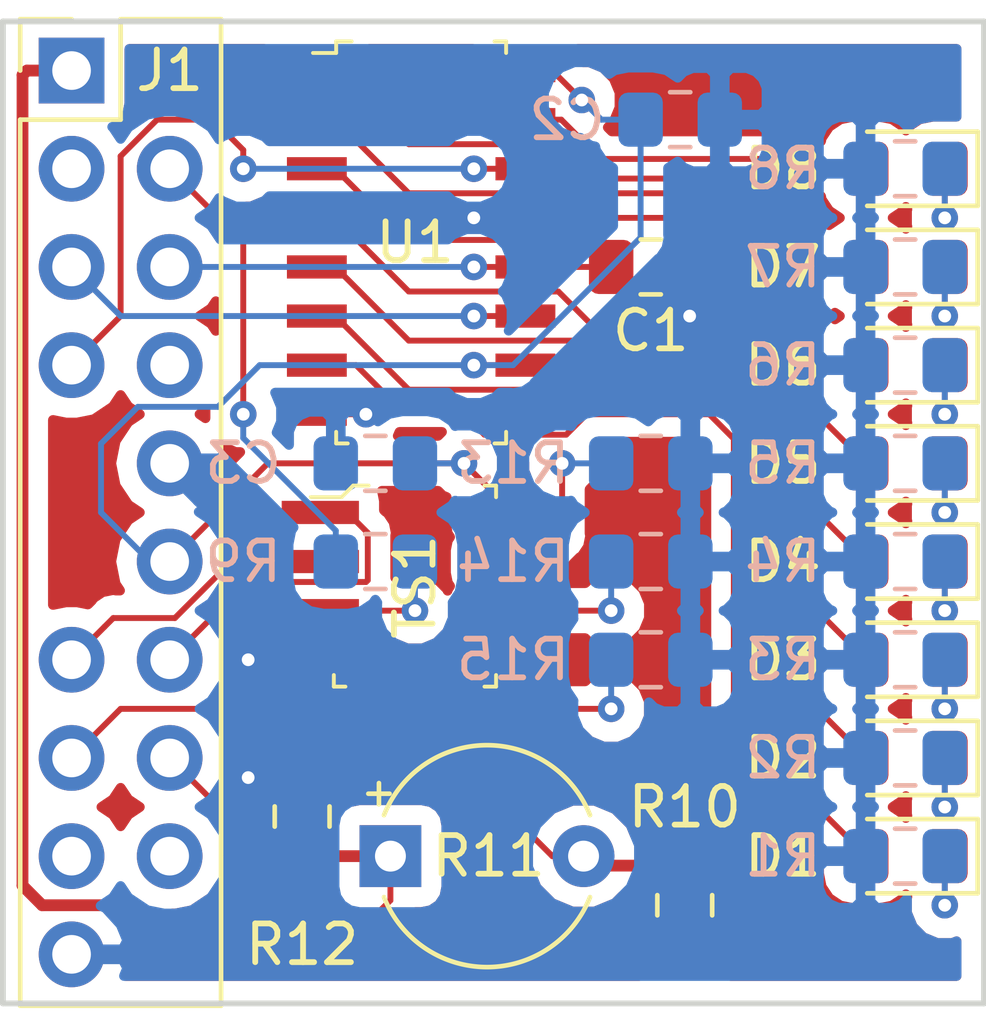
<source format=kicad_pcb>
(kicad_pcb (version 20171130) (host pcbnew "(5.0.2)-1")

  (general
    (thickness 1.6)
    (drawings 4)
    (tracks 209)
    (zones 0)
    (modules 29)
    (nets 32)
  )

  (page A4)
  (layers
    (0 F.Cu signal)
    (31 B.Cu signal)
    (32 B.Adhes user)
    (33 F.Adhes user)
    (34 B.Paste user)
    (35 F.Paste user)
    (36 B.SilkS user)
    (37 F.SilkS user)
    (38 B.Mask user)
    (39 F.Mask user)
    (40 Dwgs.User user)
    (41 Cmts.User user)
    (42 Eco1.User user)
    (43 Eco2.User user)
    (44 Edge.Cuts user)
    (45 Margin user)
    (46 B.CrtYd user)
    (47 F.CrtYd user)
    (48 B.Fab user)
    (49 F.Fab user hide)
  )

  (setup
    (last_trace_width 0.1524)
    (user_trace_width 0.3048)
    (trace_clearance 0.1524)
    (zone_clearance 0.508)
    (zone_45_only no)
    (trace_min 0.1524)
    (segment_width 0.2)
    (edge_width 0.15)
    (via_size 0.6858)
    (via_drill 0.3302)
    (via_min_size 0.6858)
    (via_min_drill 0.3302)
    (uvia_size 0.3)
    (uvia_drill 0.1)
    (uvias_allowed no)
    (uvia_min_size 0.2)
    (uvia_min_drill 0.1)
    (pcb_text_width 0.3)
    (pcb_text_size 1.5 1.5)
    (mod_edge_width 0.15)
    (mod_text_size 1 1)
    (mod_text_width 0.15)
    (pad_size 1.524 1.524)
    (pad_drill 0.762)
    (pad_to_mask_clearance 0.051)
    (solder_mask_min_width 0.25)
    (aux_axis_origin 0 0)
    (visible_elements 7FFFFFFF)
    (pcbplotparams
      (layerselection 0x010fc_ffffffff)
      (usegerberextensions false)
      (usegerberattributes false)
      (usegerberadvancedattributes false)
      (creategerberjobfile false)
      (excludeedgelayer true)
      (linewidth 0.100000)
      (plotframeref false)
      (viasonmask false)
      (mode 1)
      (useauxorigin false)
      (hpglpennumber 1)
      (hpglpenspeed 20)
      (hpglpendiameter 15.000000)
      (psnegative false)
      (psa4output false)
      (plotreference true)
      (plotvalue false)
      (plotinvisibletext false)
      (padsonsilk false)
      (subtractmaskfromsilk false)
      (outputformat 1)
      (mirror false)
      (drillshape 0)
      (scaleselection 1)
      (outputdirectory "Gerbers/"))
  )

  (net 0 "")
  (net 1 +3V3)
  (net 2 GND)
  (net 3 /latchPin)
  (net 4 "Net-(D1-Pad2)")
  (net 5 "Net-(D1-Pad1)")
  (net 6 "Net-(D2-Pad1)")
  (net 7 "Net-(D2-Pad2)")
  (net 8 "Net-(D3-Pad2)")
  (net 9 "Net-(D3-Pad1)")
  (net 10 "Net-(D4-Pad1)")
  (net 11 "Net-(D4-Pad2)")
  (net 12 "Net-(D5-Pad2)")
  (net 13 "Net-(D5-Pad1)")
  (net 14 "Net-(D6-Pad1)")
  (net 15 "Net-(D6-Pad2)")
  (net 16 "Net-(D7-Pad1)")
  (net 17 "Net-(D7-Pad2)")
  (net 18 "Net-(D8-Pad2)")
  (net 19 "Net-(D8-Pad1)")
  (net 20 +5V)
  (net 21 /TS1_OS)
  (net 22 /clockPin)
  (net 23 /dataPin)
  (net 24 /SCL)
  (net 25 /SDA)
  (net 26 /PR_TOP)
  (net 27 /PR_BOT)
  (net 28 "Net-(R9-Pad1)")
  (net 29 "Net-(R13-Pad2)")
  (net 30 "Net-(R14-Pad2)")
  (net 31 "Net-(R15-Pad2)")

  (net_class Default "This is the default net class."
    (clearance 0.1524)
    (trace_width 0.1524)
    (via_dia 0.6858)
    (via_drill 0.3302)
    (uvia_dia 0.3)
    (uvia_drill 0.1)
    (add_net +3V3)
    (add_net /PR_BOT)
    (add_net /PR_TOP)
    (add_net /SCL)
    (add_net /SDA)
    (add_net /TS1_OS)
    (add_net /clockPin)
    (add_net /dataPin)
    (add_net /latchPin)
    (add_net GND)
    (add_net "Net-(D1-Pad1)")
    (add_net "Net-(D1-Pad2)")
    (add_net "Net-(D2-Pad1)")
    (add_net "Net-(D2-Pad2)")
    (add_net "Net-(D3-Pad1)")
    (add_net "Net-(D3-Pad2)")
    (add_net "Net-(D4-Pad1)")
    (add_net "Net-(D4-Pad2)")
    (add_net "Net-(D5-Pad1)")
    (add_net "Net-(D5-Pad2)")
    (add_net "Net-(D6-Pad1)")
    (add_net "Net-(D6-Pad2)")
    (add_net "Net-(D7-Pad1)")
    (add_net "Net-(D7-Pad2)")
    (add_net "Net-(D8-Pad1)")
    (add_net "Net-(D8-Pad2)")
    (add_net "Net-(R13-Pad2)")
    (add_net "Net-(R14-Pad2)")
    (add_net "Net-(R15-Pad2)")
    (add_net "Net-(R9-Pad1)")
  )

  (net_class Power ""
    (clearance 0.1524)
    (trace_width 0.3048)
    (via_dia 0.6858)
    (via_drill 0.3302)
    (uvia_dia 0.3)
    (uvia_drill 0.1)
    (add_net +5V)
  )

  (module Capacitor_SMD:C_0805_2012Metric_Pad1.15x1.40mm_HandSolder (layer F.Cu) (tedit 5B36C52B) (tstamp 5C6CF4AD)
    (at 232.165 107.95 180)
    (descr "Capacitor SMD 0805 (2012 Metric), square (rectangular) end terminal, IPC_7351 nominal with elongated pad for handsoldering. (Body size source: https://docs.google.com/spreadsheets/d/1BsfQQcO9C6DZCsRaXUlFlo91Tg2WpOkGARC1WS5S8t0/edit?usp=sharing), generated with kicad-footprint-generator")
    (tags "capacitor handsolder")
    (path /5C42297D)
    (attr smd)
    (fp_text reference C1 (at 0 -1.65 180) (layer F.SilkS)
      (effects (font (size 1 1) (thickness 0.15)))
    )
    (fp_text value C (at 0 1.65 180) (layer F.Fab)
      (effects (font (size 1 1) (thickness 0.15)))
    )
    (fp_line (start -1 0.6) (end -1 -0.6) (layer F.Fab) (width 0.1))
    (fp_line (start -1 -0.6) (end 1 -0.6) (layer F.Fab) (width 0.1))
    (fp_line (start 1 -0.6) (end 1 0.6) (layer F.Fab) (width 0.1))
    (fp_line (start 1 0.6) (end -1 0.6) (layer F.Fab) (width 0.1))
    (fp_line (start -0.261252 -0.71) (end 0.261252 -0.71) (layer F.SilkS) (width 0.12))
    (fp_line (start -0.261252 0.71) (end 0.261252 0.71) (layer F.SilkS) (width 0.12))
    (fp_line (start -1.85 0.95) (end -1.85 -0.95) (layer F.CrtYd) (width 0.05))
    (fp_line (start -1.85 -0.95) (end 1.85 -0.95) (layer F.CrtYd) (width 0.05))
    (fp_line (start 1.85 -0.95) (end 1.85 0.95) (layer F.CrtYd) (width 0.05))
    (fp_line (start 1.85 0.95) (end -1.85 0.95) (layer F.CrtYd) (width 0.05))
    (fp_text user %R (at 0 0 180) (layer F.Fab)
      (effects (font (size 0.5 0.5) (thickness 0.08)))
    )
    (pad 1 smd roundrect (at -1.025 0 180) (size 1.15 1.4) (layers F.Cu F.Paste F.Mask) (roundrect_rratio 0.217391)
      (net 2 GND))
    (pad 2 smd roundrect (at 1.025 0 180) (size 1.15 1.4) (layers F.Cu F.Paste F.Mask) (roundrect_rratio 0.217391)
      (net 3 /latchPin))
    (model ${KISYS3DMOD}/Capacitor_SMD.3dshapes/C_0805_2012Metric.wrl
      (at (xyz 0 0 0))
      (scale (xyz 1 1 1))
      (rotate (xyz 0 0 0))
    )
  )

  (module Capacitor_SMD:C_0805_2012Metric_Pad1.15x1.40mm_HandSolder (layer B.Cu) (tedit 5C3AAA94) (tstamp 5C6CF4BE)
    (at 232.927 104.14)
    (descr "Capacitor SMD 0805 (2012 Metric), square (rectangular) end terminal, IPC_7351 nominal with elongated pad for handsoldering. (Body size source: https://docs.google.com/spreadsheets/d/1BsfQQcO9C6DZCsRaXUlFlo91Tg2WpOkGARC1WS5S8t0/edit?usp=sharing), generated with kicad-footprint-generator")
    (tags "capacitor handsolder")
    (path /5C467BC5)
    (attr smd)
    (fp_text reference C2 (at -2.93 0) (layer B.SilkS)
      (effects (font (size 1 1) (thickness 0.15)) (justify mirror))
    )
    (fp_text value C (at 0 -1.65) (layer B.Fab) hide
      (effects (font (size 1 1) (thickness 0.15)) (justify mirror))
    )
    (fp_line (start -1 -0.6) (end -1 0.6) (layer B.Fab) (width 0.1))
    (fp_line (start -1 0.6) (end 1 0.6) (layer B.Fab) (width 0.1))
    (fp_line (start 1 0.6) (end 1 -0.6) (layer B.Fab) (width 0.1))
    (fp_line (start 1 -0.6) (end -1 -0.6) (layer B.Fab) (width 0.1))
    (fp_line (start -0.261252 0.71) (end 0.261252 0.71) (layer B.SilkS) (width 0.12))
    (fp_line (start -0.261252 -0.71) (end 0.261252 -0.71) (layer B.SilkS) (width 0.12))
    (fp_line (start -1.85 -0.95) (end -1.85 0.95) (layer B.CrtYd) (width 0.05))
    (fp_line (start -1.85 0.95) (end 1.85 0.95) (layer B.CrtYd) (width 0.05))
    (fp_line (start 1.85 0.95) (end 1.85 -0.95) (layer B.CrtYd) (width 0.05))
    (fp_line (start 1.85 -0.95) (end -1.85 -0.95) (layer B.CrtYd) (width 0.05))
    (fp_text user %R (at 0 0) (layer B.Fab)
      (effects (font (size 0.5 0.5) (thickness 0.08)) (justify mirror))
    )
    (pad 1 smd roundrect (at -1.025 0) (size 1.15 1.4) (layers B.Cu B.Paste B.Mask) (roundrect_rratio 0.217391)
      (net 1 +3V3))
    (pad 2 smd roundrect (at 1.025 0) (size 1.15 1.4) (layers B.Cu B.Paste B.Mask) (roundrect_rratio 0.217391)
      (net 2 GND))
    (model ${KISYS3DMOD}/Capacitor_SMD.3dshapes/C_0805_2012Metric.wrl
      (at (xyz 0 0 0))
      (scale (xyz 1 1 1))
      (rotate (xyz 0 0 0))
    )
  )

  (module Capacitor_SMD:C_0805_2012Metric_Pad1.15x1.40mm_HandSolder (layer B.Cu) (tedit 5C3AAA65) (tstamp 5C6CF4CF)
    (at 225.035 113.03 180)
    (descr "Capacitor SMD 0805 (2012 Metric), square (rectangular) end terminal, IPC_7351 nominal with elongated pad for handsoldering. (Body size source: https://docs.google.com/spreadsheets/d/1BsfQQcO9C6DZCsRaXUlFlo91Tg2WpOkGARC1WS5S8t0/edit?usp=sharing), generated with kicad-footprint-generator")
    (tags "capacitor handsolder")
    (path /5C46AA1F)
    (attr smd)
    (fp_text reference C3 (at 3.42 0 180) (layer B.SilkS)
      (effects (font (size 1 1) (thickness 0.15)) (justify mirror))
    )
    (fp_text value C (at 0 -1.65 180) (layer B.Fab) hide
      (effects (font (size 1 1) (thickness 0.15)) (justify mirror))
    )
    (fp_text user %R (at 0 0 180) (layer B.Fab)
      (effects (font (size 0.5 0.5) (thickness 0.08)) (justify mirror))
    )
    (fp_line (start 1.85 -0.95) (end -1.85 -0.95) (layer B.CrtYd) (width 0.05))
    (fp_line (start 1.85 0.95) (end 1.85 -0.95) (layer B.CrtYd) (width 0.05))
    (fp_line (start -1.85 0.95) (end 1.85 0.95) (layer B.CrtYd) (width 0.05))
    (fp_line (start -1.85 -0.95) (end -1.85 0.95) (layer B.CrtYd) (width 0.05))
    (fp_line (start -0.261252 -0.71) (end 0.261252 -0.71) (layer B.SilkS) (width 0.12))
    (fp_line (start -0.261252 0.71) (end 0.261252 0.71) (layer B.SilkS) (width 0.12))
    (fp_line (start 1 -0.6) (end -1 -0.6) (layer B.Fab) (width 0.1))
    (fp_line (start 1 0.6) (end 1 -0.6) (layer B.Fab) (width 0.1))
    (fp_line (start -1 0.6) (end 1 0.6) (layer B.Fab) (width 0.1))
    (fp_line (start -1 -0.6) (end -1 0.6) (layer B.Fab) (width 0.1))
    (pad 2 smd roundrect (at 1.025 0 180) (size 1.15 1.4) (layers B.Cu B.Paste B.Mask) (roundrect_rratio 0.217391)
      (net 2 GND))
    (pad 1 smd roundrect (at -1.025 0 180) (size 1.15 1.4) (layers B.Cu B.Paste B.Mask) (roundrect_rratio 0.217391)
      (net 1 +3V3))
    (model ${KISYS3DMOD}/Capacitor_SMD.3dshapes/C_0805_2012Metric.wrl
      (at (xyz 0 0 0))
      (scale (xyz 1 1 1))
      (rotate (xyz 0 0 0))
    )
  )

  (module LED_SMD:LED_0805_2012Metric_Pad1.15x1.40mm_HandSolder (layer F.Cu) (tedit 5C3AA44B) (tstamp 5C6D345A)
    (at 238.769 123.19 180)
    (descr "LED SMD 0805 (2012 Metric), square (rectangular) end terminal, IPC_7351 nominal, (Body size source: https://docs.google.com/spreadsheets/d/1BsfQQcO9C6DZCsRaXUlFlo91Tg2WpOkGARC1WS5S8t0/edit?usp=sharing), generated with kicad-footprint-generator")
    (tags "LED handsolder")
    (path /5C3A7EB5)
    (attr smd)
    (fp_text reference D1 (at 3.184 0 180) (layer F.SilkS)
      (effects (font (size 1 1) (thickness 0.15)))
    )
    (fp_text value LED (at 0 1.65 180) (layer F.Fab) hide
      (effects (font (size 1 1) (thickness 0.15)))
    )
    (fp_text user %R (at 0 0 180) (layer F.Fab)
      (effects (font (size 0.5 0.5) (thickness 0.08)))
    )
    (fp_line (start 1.85 0.95) (end -1.85 0.95) (layer F.CrtYd) (width 0.05))
    (fp_line (start 1.85 -0.95) (end 1.85 0.95) (layer F.CrtYd) (width 0.05))
    (fp_line (start -1.85 -0.95) (end 1.85 -0.95) (layer F.CrtYd) (width 0.05))
    (fp_line (start -1.85 0.95) (end -1.85 -0.95) (layer F.CrtYd) (width 0.05))
    (fp_line (start -1.86 0.96) (end 1 0.96) (layer F.SilkS) (width 0.12))
    (fp_line (start -1.86 -0.96) (end -1.86 0.96) (layer F.SilkS) (width 0.12))
    (fp_line (start 1 -0.96) (end -1.86 -0.96) (layer F.SilkS) (width 0.12))
    (fp_line (start 1 0.6) (end 1 -0.6) (layer F.Fab) (width 0.1))
    (fp_line (start -1 0.6) (end 1 0.6) (layer F.Fab) (width 0.1))
    (fp_line (start -1 -0.3) (end -1 0.6) (layer F.Fab) (width 0.1))
    (fp_line (start -0.7 -0.6) (end -1 -0.3) (layer F.Fab) (width 0.1))
    (fp_line (start 1 -0.6) (end -0.7 -0.6) (layer F.Fab) (width 0.1))
    (pad 2 smd roundrect (at 1.025 0 180) (size 1.15 1.4) (layers F.Cu F.Paste F.Mask) (roundrect_rratio 0.217391)
      (net 4 "Net-(D1-Pad2)"))
    (pad 1 smd roundrect (at -1.025 0 180) (size 1.15 1.4) (layers F.Cu F.Paste F.Mask) (roundrect_rratio 0.217391)
      (net 5 "Net-(D1-Pad1)"))
    (model ${KISYS3DMOD}/LED_SMD.3dshapes/LED_0805_2012Metric.wrl
      (at (xyz 0 0 0))
      (scale (xyz 1 1 1))
      (rotate (xyz 0 0 0))
    )
  )

  (module LED_SMD:LED_0805_2012Metric_Pad1.15x1.40mm_HandSolder (layer F.Cu) (tedit 5C3AA44E) (tstamp 5C6D3424)
    (at 238.769 120.65 180)
    (descr "LED SMD 0805 (2012 Metric), square (rectangular) end terminal, IPC_7351 nominal, (Body size source: https://docs.google.com/spreadsheets/d/1BsfQQcO9C6DZCsRaXUlFlo91Tg2WpOkGARC1WS5S8t0/edit?usp=sharing), generated with kicad-footprint-generator")
    (tags "LED handsolder")
    (path /5C3B466D)
    (attr smd)
    (fp_text reference D2 (at 3.184 0 180) (layer F.SilkS)
      (effects (font (size 1 1) (thickness 0.15)))
    )
    (fp_text value LED (at 0 1.65 180) (layer F.Fab) hide
      (effects (font (size 1 1) (thickness 0.15)))
    )
    (fp_line (start 1 -0.6) (end -0.7 -0.6) (layer F.Fab) (width 0.1))
    (fp_line (start -0.7 -0.6) (end -1 -0.3) (layer F.Fab) (width 0.1))
    (fp_line (start -1 -0.3) (end -1 0.6) (layer F.Fab) (width 0.1))
    (fp_line (start -1 0.6) (end 1 0.6) (layer F.Fab) (width 0.1))
    (fp_line (start 1 0.6) (end 1 -0.6) (layer F.Fab) (width 0.1))
    (fp_line (start 1 -0.96) (end -1.86 -0.96) (layer F.SilkS) (width 0.12))
    (fp_line (start -1.86 -0.96) (end -1.86 0.96) (layer F.SilkS) (width 0.12))
    (fp_line (start -1.86 0.96) (end 1 0.96) (layer F.SilkS) (width 0.12))
    (fp_line (start -1.85 0.95) (end -1.85 -0.95) (layer F.CrtYd) (width 0.05))
    (fp_line (start -1.85 -0.95) (end 1.85 -0.95) (layer F.CrtYd) (width 0.05))
    (fp_line (start 1.85 -0.95) (end 1.85 0.95) (layer F.CrtYd) (width 0.05))
    (fp_line (start 1.85 0.95) (end -1.85 0.95) (layer F.CrtYd) (width 0.05))
    (fp_text user %R (at 0 0 180) (layer F.Fab)
      (effects (font (size 0.5 0.5) (thickness 0.08)))
    )
    (pad 1 smd roundrect (at -1.025 0 180) (size 1.15 1.4) (layers F.Cu F.Paste F.Mask) (roundrect_rratio 0.217391)
      (net 6 "Net-(D2-Pad1)"))
    (pad 2 smd roundrect (at 1.025 0 180) (size 1.15 1.4) (layers F.Cu F.Paste F.Mask) (roundrect_rratio 0.217391)
      (net 7 "Net-(D2-Pad2)"))
    (model ${KISYS3DMOD}/LED_SMD.3dshapes/LED_0805_2012Metric.wrl
      (at (xyz 0 0 0))
      (scale (xyz 1 1 1))
      (rotate (xyz 0 0 0))
    )
  )

  (module LED_SMD:LED_0805_2012Metric_Pad1.15x1.40mm_HandSolder (layer F.Cu) (tedit 5C3AA451) (tstamp 5C6D32E0)
    (at 238.769 118.11 180)
    (descr "LED SMD 0805 (2012 Metric), square (rectangular) end terminal, IPC_7351 nominal, (Body size source: https://docs.google.com/spreadsheets/d/1BsfQQcO9C6DZCsRaXUlFlo91Tg2WpOkGARC1WS5S8t0/edit?usp=sharing), generated with kicad-footprint-generator")
    (tags "LED handsolder")
    (path /5C3B477C)
    (attr smd)
    (fp_text reference D3 (at 3.184 0 180) (layer F.SilkS)
      (effects (font (size 1 1) (thickness 0.15)))
    )
    (fp_text value LED (at 0 1.65 180) (layer F.Fab) hide
      (effects (font (size 1 1) (thickness 0.15)))
    )
    (fp_text user %R (at 0 0 180) (layer F.Fab)
      (effects (font (size 0.5 0.5) (thickness 0.08)))
    )
    (fp_line (start 1.85 0.95) (end -1.85 0.95) (layer F.CrtYd) (width 0.05))
    (fp_line (start 1.85 -0.95) (end 1.85 0.95) (layer F.CrtYd) (width 0.05))
    (fp_line (start -1.85 -0.95) (end 1.85 -0.95) (layer F.CrtYd) (width 0.05))
    (fp_line (start -1.85 0.95) (end -1.85 -0.95) (layer F.CrtYd) (width 0.05))
    (fp_line (start -1.86 0.96) (end 1 0.96) (layer F.SilkS) (width 0.12))
    (fp_line (start -1.86 -0.96) (end -1.86 0.96) (layer F.SilkS) (width 0.12))
    (fp_line (start 1 -0.96) (end -1.86 -0.96) (layer F.SilkS) (width 0.12))
    (fp_line (start 1 0.6) (end 1 -0.6) (layer F.Fab) (width 0.1))
    (fp_line (start -1 0.6) (end 1 0.6) (layer F.Fab) (width 0.1))
    (fp_line (start -1 -0.3) (end -1 0.6) (layer F.Fab) (width 0.1))
    (fp_line (start -0.7 -0.6) (end -1 -0.3) (layer F.Fab) (width 0.1))
    (fp_line (start 1 -0.6) (end -0.7 -0.6) (layer F.Fab) (width 0.1))
    (pad 2 smd roundrect (at 1.025 0 180) (size 1.15 1.4) (layers F.Cu F.Paste F.Mask) (roundrect_rratio 0.217391)
      (net 8 "Net-(D3-Pad2)"))
    (pad 1 smd roundrect (at -1.025 0 180) (size 1.15 1.4) (layers F.Cu F.Paste F.Mask) (roundrect_rratio 0.217391)
      (net 9 "Net-(D3-Pad1)"))
    (model ${KISYS3DMOD}/LED_SMD.3dshapes/LED_0805_2012Metric.wrl
      (at (xyz 0 0 0))
      (scale (xyz 1 1 1))
      (rotate (xyz 0 0 0))
    )
  )

  (module LED_SMD:LED_0805_2012Metric_Pad1.15x1.40mm_HandSolder (layer F.Cu) (tedit 5C3AA454) (tstamp 5C6D33EE)
    (at 238.769 115.57 180)
    (descr "LED SMD 0805 (2012 Metric), square (rectangular) end terminal, IPC_7351 nominal, (Body size source: https://docs.google.com/spreadsheets/d/1BsfQQcO9C6DZCsRaXUlFlo91Tg2WpOkGARC1WS5S8t0/edit?usp=sharing), generated with kicad-footprint-generator")
    (tags "LED handsolder")
    (path /5C3B478C)
    (attr smd)
    (fp_text reference D4 (at 3.184 0 180) (layer F.SilkS)
      (effects (font (size 1 1) (thickness 0.15)))
    )
    (fp_text value LED (at 0 1.65 180) (layer F.Fab) hide
      (effects (font (size 1 1) (thickness 0.15)))
    )
    (fp_line (start 1 -0.6) (end -0.7 -0.6) (layer F.Fab) (width 0.1))
    (fp_line (start -0.7 -0.6) (end -1 -0.3) (layer F.Fab) (width 0.1))
    (fp_line (start -1 -0.3) (end -1 0.6) (layer F.Fab) (width 0.1))
    (fp_line (start -1 0.6) (end 1 0.6) (layer F.Fab) (width 0.1))
    (fp_line (start 1 0.6) (end 1 -0.6) (layer F.Fab) (width 0.1))
    (fp_line (start 1 -0.96) (end -1.86 -0.96) (layer F.SilkS) (width 0.12))
    (fp_line (start -1.86 -0.96) (end -1.86 0.96) (layer F.SilkS) (width 0.12))
    (fp_line (start -1.86 0.96) (end 1 0.96) (layer F.SilkS) (width 0.12))
    (fp_line (start -1.85 0.95) (end -1.85 -0.95) (layer F.CrtYd) (width 0.05))
    (fp_line (start -1.85 -0.95) (end 1.85 -0.95) (layer F.CrtYd) (width 0.05))
    (fp_line (start 1.85 -0.95) (end 1.85 0.95) (layer F.CrtYd) (width 0.05))
    (fp_line (start 1.85 0.95) (end -1.85 0.95) (layer F.CrtYd) (width 0.05))
    (fp_text user %R (at 0 0 180) (layer F.Fab)
      (effects (font (size 0.5 0.5) (thickness 0.08)))
    )
    (pad 1 smd roundrect (at -1.025 0 180) (size 1.15 1.4) (layers F.Cu F.Paste F.Mask) (roundrect_rratio 0.217391)
      (net 10 "Net-(D4-Pad1)"))
    (pad 2 smd roundrect (at 1.025 0 180) (size 1.15 1.4) (layers F.Cu F.Paste F.Mask) (roundrect_rratio 0.217391)
      (net 11 "Net-(D4-Pad2)"))
    (model ${KISYS3DMOD}/LED_SMD.3dshapes/LED_0805_2012Metric.wrl
      (at (xyz 0 0 0))
      (scale (xyz 1 1 1))
      (rotate (xyz 0 0 0))
    )
  )

  (module LED_SMD:LED_0805_2012Metric_Pad1.15x1.40mm_HandSolder (layer F.Cu) (tedit 5C3AA457) (tstamp 5C6D33B8)
    (at 238.769 113.03 180)
    (descr "LED SMD 0805 (2012 Metric), square (rectangular) end terminal, IPC_7351 nominal, (Body size source: https://docs.google.com/spreadsheets/d/1BsfQQcO9C6DZCsRaXUlFlo91Tg2WpOkGARC1WS5S8t0/edit?usp=sharing), generated with kicad-footprint-generator")
    (tags "LED handsolder")
    (path /5C3B49FF)
    (attr smd)
    (fp_text reference D5 (at 3.184 0 180) (layer F.SilkS)
      (effects (font (size 1 1) (thickness 0.15)))
    )
    (fp_text value LED (at 0 1.65 180) (layer F.Fab) hide
      (effects (font (size 1 1) (thickness 0.15)))
    )
    (fp_text user %R (at 0 0 180) (layer F.Fab)
      (effects (font (size 0.5 0.5) (thickness 0.08)))
    )
    (fp_line (start 1.85 0.95) (end -1.85 0.95) (layer F.CrtYd) (width 0.05))
    (fp_line (start 1.85 -0.95) (end 1.85 0.95) (layer F.CrtYd) (width 0.05))
    (fp_line (start -1.85 -0.95) (end 1.85 -0.95) (layer F.CrtYd) (width 0.05))
    (fp_line (start -1.85 0.95) (end -1.85 -0.95) (layer F.CrtYd) (width 0.05))
    (fp_line (start -1.86 0.96) (end 1 0.96) (layer F.SilkS) (width 0.12))
    (fp_line (start -1.86 -0.96) (end -1.86 0.96) (layer F.SilkS) (width 0.12))
    (fp_line (start 1 -0.96) (end -1.86 -0.96) (layer F.SilkS) (width 0.12))
    (fp_line (start 1 0.6) (end 1 -0.6) (layer F.Fab) (width 0.1))
    (fp_line (start -1 0.6) (end 1 0.6) (layer F.Fab) (width 0.1))
    (fp_line (start -1 -0.3) (end -1 0.6) (layer F.Fab) (width 0.1))
    (fp_line (start -0.7 -0.6) (end -1 -0.3) (layer F.Fab) (width 0.1))
    (fp_line (start 1 -0.6) (end -0.7 -0.6) (layer F.Fab) (width 0.1))
    (pad 2 smd roundrect (at 1.025 0 180) (size 1.15 1.4) (layers F.Cu F.Paste F.Mask) (roundrect_rratio 0.217391)
      (net 12 "Net-(D5-Pad2)"))
    (pad 1 smd roundrect (at -1.025 0 180) (size 1.15 1.4) (layers F.Cu F.Paste F.Mask) (roundrect_rratio 0.217391)
      (net 13 "Net-(D5-Pad1)"))
    (model ${KISYS3DMOD}/LED_SMD.3dshapes/LED_0805_2012Metric.wrl
      (at (xyz 0 0 0))
      (scale (xyz 1 1 1))
      (rotate (xyz 0 0 0))
    )
  )

  (module LED_SMD:LED_0805_2012Metric_Pad1.15x1.40mm_HandSolder (layer F.Cu) (tedit 5C3AA45A) (tstamp 5C6D334C)
    (at 238.769 110.49 180)
    (descr "LED SMD 0805 (2012 Metric), square (rectangular) end terminal, IPC_7351 nominal, (Body size source: https://docs.google.com/spreadsheets/d/1BsfQQcO9C6DZCsRaXUlFlo91Tg2WpOkGARC1WS5S8t0/edit?usp=sharing), generated with kicad-footprint-generator")
    (tags "LED handsolder")
    (path /5C3B4A0F)
    (attr smd)
    (fp_text reference D6 (at 3.184 0 180) (layer F.SilkS)
      (effects (font (size 1 1) (thickness 0.15)))
    )
    (fp_text value LED (at 0 1.65 180) (layer F.Fab) hide
      (effects (font (size 1 1) (thickness 0.15)))
    )
    (fp_line (start 1 -0.6) (end -0.7 -0.6) (layer F.Fab) (width 0.1))
    (fp_line (start -0.7 -0.6) (end -1 -0.3) (layer F.Fab) (width 0.1))
    (fp_line (start -1 -0.3) (end -1 0.6) (layer F.Fab) (width 0.1))
    (fp_line (start -1 0.6) (end 1 0.6) (layer F.Fab) (width 0.1))
    (fp_line (start 1 0.6) (end 1 -0.6) (layer F.Fab) (width 0.1))
    (fp_line (start 1 -0.96) (end -1.86 -0.96) (layer F.SilkS) (width 0.12))
    (fp_line (start -1.86 -0.96) (end -1.86 0.96) (layer F.SilkS) (width 0.12))
    (fp_line (start -1.86 0.96) (end 1 0.96) (layer F.SilkS) (width 0.12))
    (fp_line (start -1.85 0.95) (end -1.85 -0.95) (layer F.CrtYd) (width 0.05))
    (fp_line (start -1.85 -0.95) (end 1.85 -0.95) (layer F.CrtYd) (width 0.05))
    (fp_line (start 1.85 -0.95) (end 1.85 0.95) (layer F.CrtYd) (width 0.05))
    (fp_line (start 1.85 0.95) (end -1.85 0.95) (layer F.CrtYd) (width 0.05))
    (fp_text user %R (at 0 0 180) (layer F.Fab)
      (effects (font (size 0.5 0.5) (thickness 0.08)))
    )
    (pad 1 smd roundrect (at -1.025 0 180) (size 1.15 1.4) (layers F.Cu F.Paste F.Mask) (roundrect_rratio 0.217391)
      (net 14 "Net-(D6-Pad1)"))
    (pad 2 smd roundrect (at 1.025 0 180) (size 1.15 1.4) (layers F.Cu F.Paste F.Mask) (roundrect_rratio 0.217391)
      (net 15 "Net-(D6-Pad2)"))
    (model ${KISYS3DMOD}/LED_SMD.3dshapes/LED_0805_2012Metric.wrl
      (at (xyz 0 0 0))
      (scale (xyz 1 1 1))
      (rotate (xyz 0 0 0))
    )
  )

  (module LED_SMD:LED_0805_2012Metric_Pad1.15x1.40mm_HandSolder (layer F.Cu) (tedit 5C3AA45D) (tstamp 5C6D3382)
    (at 238.769 107.95 180)
    (descr "LED SMD 0805 (2012 Metric), square (rectangular) end terminal, IPC_7351 nominal, (Body size source: https://docs.google.com/spreadsheets/d/1BsfQQcO9C6DZCsRaXUlFlo91Tg2WpOkGARC1WS5S8t0/edit?usp=sharing), generated with kicad-footprint-generator")
    (tags "LED handsolder")
    (path /5C3B4A1F)
    (attr smd)
    (fp_text reference D7 (at 3.184 0 180) (layer F.SilkS)
      (effects (font (size 1 1) (thickness 0.15)))
    )
    (fp_text value LED (at 0 1.65 180) (layer F.Fab) hide
      (effects (font (size 1 1) (thickness 0.15)))
    )
    (fp_line (start 1 -0.6) (end -0.7 -0.6) (layer F.Fab) (width 0.1))
    (fp_line (start -0.7 -0.6) (end -1 -0.3) (layer F.Fab) (width 0.1))
    (fp_line (start -1 -0.3) (end -1 0.6) (layer F.Fab) (width 0.1))
    (fp_line (start -1 0.6) (end 1 0.6) (layer F.Fab) (width 0.1))
    (fp_line (start 1 0.6) (end 1 -0.6) (layer F.Fab) (width 0.1))
    (fp_line (start 1 -0.96) (end -1.86 -0.96) (layer F.SilkS) (width 0.12))
    (fp_line (start -1.86 -0.96) (end -1.86 0.96) (layer F.SilkS) (width 0.12))
    (fp_line (start -1.86 0.96) (end 1 0.96) (layer F.SilkS) (width 0.12))
    (fp_line (start -1.85 0.95) (end -1.85 -0.95) (layer F.CrtYd) (width 0.05))
    (fp_line (start -1.85 -0.95) (end 1.85 -0.95) (layer F.CrtYd) (width 0.05))
    (fp_line (start 1.85 -0.95) (end 1.85 0.95) (layer F.CrtYd) (width 0.05))
    (fp_line (start 1.85 0.95) (end -1.85 0.95) (layer F.CrtYd) (width 0.05))
    (fp_text user %R (at 0 0 180) (layer F.Fab)
      (effects (font (size 0.5 0.5) (thickness 0.08)))
    )
    (pad 1 smd roundrect (at -1.025 0 180) (size 1.15 1.4) (layers F.Cu F.Paste F.Mask) (roundrect_rratio 0.217391)
      (net 16 "Net-(D7-Pad1)"))
    (pad 2 smd roundrect (at 1.025 0 180) (size 1.15 1.4) (layers F.Cu F.Paste F.Mask) (roundrect_rratio 0.217391)
      (net 17 "Net-(D7-Pad2)"))
    (model ${KISYS3DMOD}/LED_SMD.3dshapes/LED_0805_2012Metric.wrl
      (at (xyz 0 0 0))
      (scale (xyz 1 1 1))
      (rotate (xyz 0 0 0))
    )
  )

  (module LED_SMD:LED_0805_2012Metric_Pad1.15x1.40mm_HandSolder (layer F.Cu) (tedit 5C3AA460) (tstamp 5C6D3316)
    (at 238.769 105.41 180)
    (descr "LED SMD 0805 (2012 Metric), square (rectangular) end terminal, IPC_7351 nominal, (Body size source: https://docs.google.com/spreadsheets/d/1BsfQQcO9C6DZCsRaXUlFlo91Tg2WpOkGARC1WS5S8t0/edit?usp=sharing), generated with kicad-footprint-generator")
    (tags "LED handsolder")
    (path /5C3B4A2F)
    (attr smd)
    (fp_text reference D8 (at 3.184 0 180) (layer F.SilkS)
      (effects (font (size 1 1) (thickness 0.15)))
    )
    (fp_text value LED (at 0 1.65 180) (layer F.Fab) hide
      (effects (font (size 1 1) (thickness 0.15)))
    )
    (fp_text user %R (at 0 0 180) (layer F.Fab)
      (effects (font (size 0.5 0.5) (thickness 0.08)))
    )
    (fp_line (start 1.85 0.95) (end -1.85 0.95) (layer F.CrtYd) (width 0.05))
    (fp_line (start 1.85 -0.95) (end 1.85 0.95) (layer F.CrtYd) (width 0.05))
    (fp_line (start -1.85 -0.95) (end 1.85 -0.95) (layer F.CrtYd) (width 0.05))
    (fp_line (start -1.85 0.95) (end -1.85 -0.95) (layer F.CrtYd) (width 0.05))
    (fp_line (start -1.86 0.96) (end 1 0.96) (layer F.SilkS) (width 0.12))
    (fp_line (start -1.86 -0.96) (end -1.86 0.96) (layer F.SilkS) (width 0.12))
    (fp_line (start 1 -0.96) (end -1.86 -0.96) (layer F.SilkS) (width 0.12))
    (fp_line (start 1 0.6) (end 1 -0.6) (layer F.Fab) (width 0.1))
    (fp_line (start -1 0.6) (end 1 0.6) (layer F.Fab) (width 0.1))
    (fp_line (start -1 -0.3) (end -1 0.6) (layer F.Fab) (width 0.1))
    (fp_line (start -0.7 -0.6) (end -1 -0.3) (layer F.Fab) (width 0.1))
    (fp_line (start 1 -0.6) (end -0.7 -0.6) (layer F.Fab) (width 0.1))
    (pad 2 smd roundrect (at 1.025 0 180) (size 1.15 1.4) (layers F.Cu F.Paste F.Mask) (roundrect_rratio 0.217391)
      (net 18 "Net-(D8-Pad2)"))
    (pad 1 smd roundrect (at -1.025 0 180) (size 1.15 1.4) (layers F.Cu F.Paste F.Mask) (roundrect_rratio 0.217391)
      (net 19 "Net-(D8-Pad1)"))
    (model ${KISYS3DMOD}/LED_SMD.3dshapes/LED_0805_2012Metric.wrl
      (at (xyz 0 0 0))
      (scale (xyz 1 1 1))
      (rotate (xyz 0 0 0))
    )
  )

  (module MarkFromSales:CE_Header (layer F.Cu) (tedit 5C342AED) (tstamp 5C6CF59D)
    (at 217.17 102.87)
    (descr "Through hole straight pin header, 2x10, 2.54mm pitch, double rows")
    (tags "Through hole pin header THT 2x10 2.54mm double row")
    (path /5C3A7D41)
    (fp_text reference J1 (at 2.54 0) (layer F.SilkS)
      (effects (font (size 1 1) (thickness 0.15)))
    )
    (fp_text value CE_Header (at -3.175 0 90) (layer F.Fab)
      (effects (font (size 1 1) (thickness 0.15)))
    )
    (fp_line (start 0 -1.27) (end 3.81 -1.27) (layer F.Fab) (width 0.1))
    (fp_line (start 3.81 -1.27) (end 3.81 24.13) (layer F.Fab) (width 0.1))
    (fp_line (start 3.81 24.13) (end -1.27 24.13) (layer F.Fab) (width 0.1))
    (fp_line (start -1.27 24.13) (end -1.27 0) (layer F.Fab) (width 0.1))
    (fp_line (start -1.27 0) (end 0 -1.27) (layer F.Fab) (width 0.1))
    (fp_line (start -1.33 24.19) (end 3.87 24.19) (layer F.SilkS) (width 0.12))
    (fp_line (start -1.33 1.27) (end -1.33 24.19) (layer F.SilkS) (width 0.12))
    (fp_line (start 3.87 -1.33) (end 3.87 24.19) (layer F.SilkS) (width 0.12))
    (fp_line (start -1.33 1.27) (end 1.27 1.27) (layer F.SilkS) (width 0.12))
    (fp_line (start 1.27 1.27) (end 1.27 -1.33) (layer F.SilkS) (width 0.12))
    (fp_line (start 1.27 -1.33) (end 3.87 -1.33) (layer F.SilkS) (width 0.12))
    (fp_line (start -1.33 0) (end -1.33 -1.33) (layer F.SilkS) (width 0.12))
    (fp_line (start -1.33 -1.33) (end 0 -1.33) (layer F.SilkS) (width 0.12))
    (fp_line (start -1.8 -1.8) (end -1.8 24.65) (layer F.CrtYd) (width 0.05))
    (fp_line (start -1.8 24.65) (end 4.35 24.65) (layer F.CrtYd) (width 0.05))
    (fp_line (start 4.35 24.65) (end 4.35 -1.8) (layer F.CrtYd) (width 0.05))
    (fp_line (start 4.35 -1.8) (end -1.8 -1.8) (layer F.CrtYd) (width 0.05))
    (fp_text user %R (at 0 11.43 90) (layer F.Fab)
      (effects (font (size 1 1) (thickness 0.15)))
    )
    (pad 1 thru_hole rect (at 0 0) (size 1.7 1.7) (drill 1) (layers *.Cu *.Mask)
      (net 20 +5V))
    (pad 3 thru_hole oval (at 0 2.54) (size 1.7 1.7) (drill 1) (layers *.Cu *.Mask))
    (pad 4 thru_hole oval (at 2.54 2.54) (size 1.7 1.7) (drill 1) (layers *.Cu *.Mask)
      (net 21 /TS1_OS))
    (pad 5 thru_hole oval (at 0 5.08) (size 1.7 1.7) (drill 1) (layers *.Cu *.Mask)
      (net 22 /clockPin))
    (pad 6 thru_hole oval (at 2.54 5.08) (size 1.7 1.7) (drill 1) (layers *.Cu *.Mask)
      (net 3 /latchPin))
    (pad 7 thru_hole oval (at 0 7.62) (size 1.7 1.7) (drill 1) (layers *.Cu *.Mask)
      (net 23 /dataPin))
    (pad 8 thru_hole oval (at 2.54 7.62) (size 1.7 1.7) (drill 1) (layers *.Cu *.Mask))
    (pad 10 thru_hole oval (at 2.54 10.16) (size 1.7 1.7) (drill 1) (layers *.Cu *.Mask)
      (net 2 GND))
    (pad 12 thru_hole oval (at 2.54 12.7) (size 1.7 1.7) (drill 1) (layers *.Cu *.Mask)
      (net 1 +3V3))
    (pad 13 thru_hole oval (at 0 15.24) (size 1.7 1.7) (drill 1) (layers *.Cu *.Mask)
      (net 24 /SCL))
    (pad 14 thru_hole oval (at 2.54 15.24) (size 1.7 1.7) (drill 1) (layers *.Cu *.Mask)
      (net 25 /SDA))
    (pad 15 thru_hole oval (at 0 17.78) (size 1.7 1.7) (drill 1) (layers *.Cu *.Mask)
      (net 26 /PR_TOP))
    (pad 16 thru_hole oval (at 2.54 17.78) (size 1.7 1.7) (drill 1) (layers *.Cu *.Mask)
      (net 27 /PR_BOT))
    (pad 17 thru_hole oval (at 0 20.32) (size 1.7 1.7) (drill 1) (layers *.Cu *.Mask))
    (pad 18 thru_hole oval (at 2.54 20.32) (size 1.7 1.7) (drill 1) (layers *.Cu *.Mask))
    (pad 19 thru_hole oval (at 0 22.86) (size 1.7 1.7) (drill 1) (layers *.Cu *.Mask)
      (net 2 GND))
    (model ${KISYS3DMOD}/Connector_PinHeader_2.54mm.3dshapes/PinHeader_2x10_P2.54mm_Vertical.wrl
      (at (xyz 0 0 0))
      (scale (xyz 1 1 1))
      (rotate (xyz 0 0 0))
    )
  )

  (module Resistor_SMD:R_0805_2012Metric_Pad1.15x1.40mm_HandSolder (layer B.Cu) (tedit 5C3AA4A0) (tstamp 5C6D32AE)
    (at 238.751 123.19 180)
    (descr "Resistor SMD 0805 (2012 Metric), square (rectangular) end terminal, IPC_7351 nominal with elongated pad for handsoldering. (Body size source: https://docs.google.com/spreadsheets/d/1BsfQQcO9C6DZCsRaXUlFlo91Tg2WpOkGARC1WS5S8t0/edit?usp=sharing), generated with kicad-footprint-generator")
    (tags "resistor handsolder")
    (path /5C3A7F2E)
    (attr smd)
    (fp_text reference R1 (at 3.166 0 180) (layer B.SilkS)
      (effects (font (size 1 1) (thickness 0.15)) (justify mirror))
    )
    (fp_text value R (at 0 -1.65 180) (layer B.Fab) hide
      (effects (font (size 1 1) (thickness 0.15)) (justify mirror))
    )
    (fp_line (start -1 -0.6) (end -1 0.6) (layer B.Fab) (width 0.1))
    (fp_line (start -1 0.6) (end 1 0.6) (layer B.Fab) (width 0.1))
    (fp_line (start 1 0.6) (end 1 -0.6) (layer B.Fab) (width 0.1))
    (fp_line (start 1 -0.6) (end -1 -0.6) (layer B.Fab) (width 0.1))
    (fp_line (start -0.261252 0.71) (end 0.261252 0.71) (layer B.SilkS) (width 0.12))
    (fp_line (start -0.261252 -0.71) (end 0.261252 -0.71) (layer B.SilkS) (width 0.12))
    (fp_line (start -1.85 -0.95) (end -1.85 0.95) (layer B.CrtYd) (width 0.05))
    (fp_line (start -1.85 0.95) (end 1.85 0.95) (layer B.CrtYd) (width 0.05))
    (fp_line (start 1.85 0.95) (end 1.85 -0.95) (layer B.CrtYd) (width 0.05))
    (fp_line (start 1.85 -0.95) (end -1.85 -0.95) (layer B.CrtYd) (width 0.05))
    (fp_text user %R (at 0 0 180) (layer B.Fab)
      (effects (font (size 0.5 0.5) (thickness 0.08)) (justify mirror))
    )
    (pad 1 smd roundrect (at -1.025 0 180) (size 1.15 1.4) (layers B.Cu B.Paste B.Mask) (roundrect_rratio 0.217391)
      (net 5 "Net-(D1-Pad1)"))
    (pad 2 smd roundrect (at 1.025 0 180) (size 1.15 1.4) (layers B.Cu B.Paste B.Mask) (roundrect_rratio 0.217391)
      (net 2 GND))
    (model ${KISYS3DMOD}/Resistor_SMD.3dshapes/R_0805_2012Metric.wrl
      (at (xyz 0 0 0))
      (scale (xyz 1 1 1))
      (rotate (xyz 0 0 0))
    )
  )

  (module Resistor_SMD:R_0805_2012Metric_Pad1.15x1.40mm_HandSolder (layer B.Cu) (tedit 5C3AA4A5) (tstamp 5C6D31BE)
    (at 238.751 120.65 180)
    (descr "Resistor SMD 0805 (2012 Metric), square (rectangular) end terminal, IPC_7351 nominal with elongated pad for handsoldering. (Body size source: https://docs.google.com/spreadsheets/d/1BsfQQcO9C6DZCsRaXUlFlo91Tg2WpOkGARC1WS5S8t0/edit?usp=sharing), generated with kicad-footprint-generator")
    (tags "resistor handsolder")
    (path /5C3B4674)
    (attr smd)
    (fp_text reference R2 (at 3.166 0 180) (layer B.SilkS)
      (effects (font (size 1 1) (thickness 0.15)) (justify mirror))
    )
    (fp_text value R (at 0 -1.65 180) (layer B.Fab) hide
      (effects (font (size 1 1) (thickness 0.15)) (justify mirror))
    )
    (fp_text user %R (at 0 0 180) (layer B.Fab)
      (effects (font (size 0.5 0.5) (thickness 0.08)) (justify mirror))
    )
    (fp_line (start 1.85 -0.95) (end -1.85 -0.95) (layer B.CrtYd) (width 0.05))
    (fp_line (start 1.85 0.95) (end 1.85 -0.95) (layer B.CrtYd) (width 0.05))
    (fp_line (start -1.85 0.95) (end 1.85 0.95) (layer B.CrtYd) (width 0.05))
    (fp_line (start -1.85 -0.95) (end -1.85 0.95) (layer B.CrtYd) (width 0.05))
    (fp_line (start -0.261252 -0.71) (end 0.261252 -0.71) (layer B.SilkS) (width 0.12))
    (fp_line (start -0.261252 0.71) (end 0.261252 0.71) (layer B.SilkS) (width 0.12))
    (fp_line (start 1 -0.6) (end -1 -0.6) (layer B.Fab) (width 0.1))
    (fp_line (start 1 0.6) (end 1 -0.6) (layer B.Fab) (width 0.1))
    (fp_line (start -1 0.6) (end 1 0.6) (layer B.Fab) (width 0.1))
    (fp_line (start -1 -0.6) (end -1 0.6) (layer B.Fab) (width 0.1))
    (pad 2 smd roundrect (at 1.025 0 180) (size 1.15 1.4) (layers B.Cu B.Paste B.Mask) (roundrect_rratio 0.217391)
      (net 2 GND))
    (pad 1 smd roundrect (at -1.025 0 180) (size 1.15 1.4) (layers B.Cu B.Paste B.Mask) (roundrect_rratio 0.217391)
      (net 6 "Net-(D2-Pad1)"))
    (model ${KISYS3DMOD}/Resistor_SMD.3dshapes/R_0805_2012Metric.wrl
      (at (xyz 0 0 0))
      (scale (xyz 1 1 1))
      (rotate (xyz 0 0 0))
    )
  )

  (module Resistor_SMD:R_0805_2012Metric_Pad1.15x1.40mm_HandSolder (layer B.Cu) (tedit 5C3AA4AB) (tstamp 5C6D327E)
    (at 238.751 118.11 180)
    (descr "Resistor SMD 0805 (2012 Metric), square (rectangular) end terminal, IPC_7351 nominal with elongated pad for handsoldering. (Body size source: https://docs.google.com/spreadsheets/d/1BsfQQcO9C6DZCsRaXUlFlo91Tg2WpOkGARC1WS5S8t0/edit?usp=sharing), generated with kicad-footprint-generator")
    (tags "resistor handsolder")
    (path /5C3B4783)
    (attr smd)
    (fp_text reference R3 (at 3.166 0 180) (layer B.SilkS)
      (effects (font (size 1 1) (thickness 0.15)) (justify mirror))
    )
    (fp_text value R (at 0 -1.65 180) (layer B.Fab) hide
      (effects (font (size 1 1) (thickness 0.15)) (justify mirror))
    )
    (fp_line (start -1 -0.6) (end -1 0.6) (layer B.Fab) (width 0.1))
    (fp_line (start -1 0.6) (end 1 0.6) (layer B.Fab) (width 0.1))
    (fp_line (start 1 0.6) (end 1 -0.6) (layer B.Fab) (width 0.1))
    (fp_line (start 1 -0.6) (end -1 -0.6) (layer B.Fab) (width 0.1))
    (fp_line (start -0.261252 0.71) (end 0.261252 0.71) (layer B.SilkS) (width 0.12))
    (fp_line (start -0.261252 -0.71) (end 0.261252 -0.71) (layer B.SilkS) (width 0.12))
    (fp_line (start -1.85 -0.95) (end -1.85 0.95) (layer B.CrtYd) (width 0.05))
    (fp_line (start -1.85 0.95) (end 1.85 0.95) (layer B.CrtYd) (width 0.05))
    (fp_line (start 1.85 0.95) (end 1.85 -0.95) (layer B.CrtYd) (width 0.05))
    (fp_line (start 1.85 -0.95) (end -1.85 -0.95) (layer B.CrtYd) (width 0.05))
    (fp_text user %R (at 0 0 180) (layer B.Fab)
      (effects (font (size 0.5 0.5) (thickness 0.08)) (justify mirror))
    )
    (pad 1 smd roundrect (at -1.025 0 180) (size 1.15 1.4) (layers B.Cu B.Paste B.Mask) (roundrect_rratio 0.217391)
      (net 9 "Net-(D3-Pad1)"))
    (pad 2 smd roundrect (at 1.025 0 180) (size 1.15 1.4) (layers B.Cu B.Paste B.Mask) (roundrect_rratio 0.217391)
      (net 2 GND))
    (model ${KISYS3DMOD}/Resistor_SMD.3dshapes/R_0805_2012Metric.wrl
      (at (xyz 0 0 0))
      (scale (xyz 1 1 1))
      (rotate (xyz 0 0 0))
    )
  )

  (module Resistor_SMD:R_0805_2012Metric_Pad1.15x1.40mm_HandSolder (layer B.Cu) (tedit 5C3AA4AF) (tstamp 5C6D324E)
    (at 238.751 115.57 180)
    (descr "Resistor SMD 0805 (2012 Metric), square (rectangular) end terminal, IPC_7351 nominal with elongated pad for handsoldering. (Body size source: https://docs.google.com/spreadsheets/d/1BsfQQcO9C6DZCsRaXUlFlo91Tg2WpOkGARC1WS5S8t0/edit?usp=sharing), generated with kicad-footprint-generator")
    (tags "resistor handsolder")
    (path /5C3B4793)
    (attr smd)
    (fp_text reference R4 (at 3.166 0 180) (layer B.SilkS)
      (effects (font (size 1 1) (thickness 0.15)) (justify mirror))
    )
    (fp_text value R (at 0 -1.65 180) (layer B.Fab) hide
      (effects (font (size 1 1) (thickness 0.15)) (justify mirror))
    )
    (fp_line (start -1 -0.6) (end -1 0.6) (layer B.Fab) (width 0.1))
    (fp_line (start -1 0.6) (end 1 0.6) (layer B.Fab) (width 0.1))
    (fp_line (start 1 0.6) (end 1 -0.6) (layer B.Fab) (width 0.1))
    (fp_line (start 1 -0.6) (end -1 -0.6) (layer B.Fab) (width 0.1))
    (fp_line (start -0.261252 0.71) (end 0.261252 0.71) (layer B.SilkS) (width 0.12))
    (fp_line (start -0.261252 -0.71) (end 0.261252 -0.71) (layer B.SilkS) (width 0.12))
    (fp_line (start -1.85 -0.95) (end -1.85 0.95) (layer B.CrtYd) (width 0.05))
    (fp_line (start -1.85 0.95) (end 1.85 0.95) (layer B.CrtYd) (width 0.05))
    (fp_line (start 1.85 0.95) (end 1.85 -0.95) (layer B.CrtYd) (width 0.05))
    (fp_line (start 1.85 -0.95) (end -1.85 -0.95) (layer B.CrtYd) (width 0.05))
    (fp_text user %R (at 0 0 180) (layer B.Fab)
      (effects (font (size 0.5 0.5) (thickness 0.08)) (justify mirror))
    )
    (pad 1 smd roundrect (at -1.025 0 180) (size 1.15 1.4) (layers B.Cu B.Paste B.Mask) (roundrect_rratio 0.217391)
      (net 10 "Net-(D4-Pad1)"))
    (pad 2 smd roundrect (at 1.025 0 180) (size 1.15 1.4) (layers B.Cu B.Paste B.Mask) (roundrect_rratio 0.217391)
      (net 2 GND))
    (model ${KISYS3DMOD}/Resistor_SMD.3dshapes/R_0805_2012Metric.wrl
      (at (xyz 0 0 0))
      (scale (xyz 1 1 1))
      (rotate (xyz 0 0 0))
    )
  )

  (module Resistor_SMD:R_0805_2012Metric_Pad1.15x1.40mm_HandSolder (layer B.Cu) (tedit 5C3AA4B3) (tstamp 5C6D318E)
    (at 238.751 113.03 180)
    (descr "Resistor SMD 0805 (2012 Metric), square (rectangular) end terminal, IPC_7351 nominal with elongated pad for handsoldering. (Body size source: https://docs.google.com/spreadsheets/d/1BsfQQcO9C6DZCsRaXUlFlo91Tg2WpOkGARC1WS5S8t0/edit?usp=sharing), generated with kicad-footprint-generator")
    (tags "resistor handsolder")
    (path /5C3B4A06)
    (attr smd)
    (fp_text reference R5 (at 3.166 0 180) (layer B.SilkS)
      (effects (font (size 1 1) (thickness 0.15)) (justify mirror))
    )
    (fp_text value R (at 0 -1.65 180) (layer B.Fab) hide
      (effects (font (size 1 1) (thickness 0.15)) (justify mirror))
    )
    (fp_text user %R (at 0 0 180) (layer B.Fab)
      (effects (font (size 0.5 0.5) (thickness 0.08)) (justify mirror))
    )
    (fp_line (start 1.85 -0.95) (end -1.85 -0.95) (layer B.CrtYd) (width 0.05))
    (fp_line (start 1.85 0.95) (end 1.85 -0.95) (layer B.CrtYd) (width 0.05))
    (fp_line (start -1.85 0.95) (end 1.85 0.95) (layer B.CrtYd) (width 0.05))
    (fp_line (start -1.85 -0.95) (end -1.85 0.95) (layer B.CrtYd) (width 0.05))
    (fp_line (start -0.261252 -0.71) (end 0.261252 -0.71) (layer B.SilkS) (width 0.12))
    (fp_line (start -0.261252 0.71) (end 0.261252 0.71) (layer B.SilkS) (width 0.12))
    (fp_line (start 1 -0.6) (end -1 -0.6) (layer B.Fab) (width 0.1))
    (fp_line (start 1 0.6) (end 1 -0.6) (layer B.Fab) (width 0.1))
    (fp_line (start -1 0.6) (end 1 0.6) (layer B.Fab) (width 0.1))
    (fp_line (start -1 -0.6) (end -1 0.6) (layer B.Fab) (width 0.1))
    (pad 2 smd roundrect (at 1.025 0 180) (size 1.15 1.4) (layers B.Cu B.Paste B.Mask) (roundrect_rratio 0.217391)
      (net 2 GND))
    (pad 1 smd roundrect (at -1.025 0 180) (size 1.15 1.4) (layers B.Cu B.Paste B.Mask) (roundrect_rratio 0.217391)
      (net 13 "Net-(D5-Pad1)"))
    (model ${KISYS3DMOD}/Resistor_SMD.3dshapes/R_0805_2012Metric.wrl
      (at (xyz 0 0 0))
      (scale (xyz 1 1 1))
      (rotate (xyz 0 0 0))
    )
  )

  (module Resistor_SMD:R_0805_2012Metric_Pad1.15x1.40mm_HandSolder (layer B.Cu) (tedit 5C3AA4B9) (tstamp 5C6D31EE)
    (at 238.751 110.49 180)
    (descr "Resistor SMD 0805 (2012 Metric), square (rectangular) end terminal, IPC_7351 nominal with elongated pad for handsoldering. (Body size source: https://docs.google.com/spreadsheets/d/1BsfQQcO9C6DZCsRaXUlFlo91Tg2WpOkGARC1WS5S8t0/edit?usp=sharing), generated with kicad-footprint-generator")
    (tags "resistor handsolder")
    (path /5C3B4A16)
    (attr smd)
    (fp_text reference R6 (at 3.166 0 180) (layer B.SilkS)
      (effects (font (size 1 1) (thickness 0.15)) (justify mirror))
    )
    (fp_text value R (at 0 -1.65 180) (layer B.Fab) hide
      (effects (font (size 1 1) (thickness 0.15)) (justify mirror))
    )
    (fp_text user %R (at 0 0 180) (layer B.Fab)
      (effects (font (size 0.5 0.5) (thickness 0.08)) (justify mirror))
    )
    (fp_line (start 1.85 -0.95) (end -1.85 -0.95) (layer B.CrtYd) (width 0.05))
    (fp_line (start 1.85 0.95) (end 1.85 -0.95) (layer B.CrtYd) (width 0.05))
    (fp_line (start -1.85 0.95) (end 1.85 0.95) (layer B.CrtYd) (width 0.05))
    (fp_line (start -1.85 -0.95) (end -1.85 0.95) (layer B.CrtYd) (width 0.05))
    (fp_line (start -0.261252 -0.71) (end 0.261252 -0.71) (layer B.SilkS) (width 0.12))
    (fp_line (start -0.261252 0.71) (end 0.261252 0.71) (layer B.SilkS) (width 0.12))
    (fp_line (start 1 -0.6) (end -1 -0.6) (layer B.Fab) (width 0.1))
    (fp_line (start 1 0.6) (end 1 -0.6) (layer B.Fab) (width 0.1))
    (fp_line (start -1 0.6) (end 1 0.6) (layer B.Fab) (width 0.1))
    (fp_line (start -1 -0.6) (end -1 0.6) (layer B.Fab) (width 0.1))
    (pad 2 smd roundrect (at 1.025 0 180) (size 1.15 1.4) (layers B.Cu B.Paste B.Mask) (roundrect_rratio 0.217391)
      (net 2 GND))
    (pad 1 smd roundrect (at -1.025 0 180) (size 1.15 1.4) (layers B.Cu B.Paste B.Mask) (roundrect_rratio 0.217391)
      (net 14 "Net-(D6-Pad1)"))
    (model ${KISYS3DMOD}/Resistor_SMD.3dshapes/R_0805_2012Metric.wrl
      (at (xyz 0 0 0))
      (scale (xyz 1 1 1))
      (rotate (xyz 0 0 0))
    )
  )

  (module Resistor_SMD:R_0805_2012Metric_Pad1.15x1.40mm_HandSolder (layer B.Cu) (tedit 5C3AA4BD) (tstamp 5C6D321E)
    (at 238.751 107.95 180)
    (descr "Resistor SMD 0805 (2012 Metric), square (rectangular) end terminal, IPC_7351 nominal with elongated pad for handsoldering. (Body size source: https://docs.google.com/spreadsheets/d/1BsfQQcO9C6DZCsRaXUlFlo91Tg2WpOkGARC1WS5S8t0/edit?usp=sharing), generated with kicad-footprint-generator")
    (tags "resistor handsolder")
    (path /5C3B4A26)
    (attr smd)
    (fp_text reference R7 (at 3.166 0 180) (layer B.SilkS)
      (effects (font (size 1 1) (thickness 0.15)) (justify mirror))
    )
    (fp_text value R (at 0 -1.65 180) (layer B.Fab) hide
      (effects (font (size 1 1) (thickness 0.15)) (justify mirror))
    )
    (fp_text user %R (at 0 0 180) (layer B.Fab)
      (effects (font (size 0.5 0.5) (thickness 0.08)) (justify mirror))
    )
    (fp_line (start 1.85 -0.95) (end -1.85 -0.95) (layer B.CrtYd) (width 0.05))
    (fp_line (start 1.85 0.95) (end 1.85 -0.95) (layer B.CrtYd) (width 0.05))
    (fp_line (start -1.85 0.95) (end 1.85 0.95) (layer B.CrtYd) (width 0.05))
    (fp_line (start -1.85 -0.95) (end -1.85 0.95) (layer B.CrtYd) (width 0.05))
    (fp_line (start -0.261252 -0.71) (end 0.261252 -0.71) (layer B.SilkS) (width 0.12))
    (fp_line (start -0.261252 0.71) (end 0.261252 0.71) (layer B.SilkS) (width 0.12))
    (fp_line (start 1 -0.6) (end -1 -0.6) (layer B.Fab) (width 0.1))
    (fp_line (start 1 0.6) (end 1 -0.6) (layer B.Fab) (width 0.1))
    (fp_line (start -1 0.6) (end 1 0.6) (layer B.Fab) (width 0.1))
    (fp_line (start -1 -0.6) (end -1 0.6) (layer B.Fab) (width 0.1))
    (pad 2 smd roundrect (at 1.025 0 180) (size 1.15 1.4) (layers B.Cu B.Paste B.Mask) (roundrect_rratio 0.217391)
      (net 2 GND))
    (pad 1 smd roundrect (at -1.025 0 180) (size 1.15 1.4) (layers B.Cu B.Paste B.Mask) (roundrect_rratio 0.217391)
      (net 16 "Net-(D7-Pad1)"))
    (model ${KISYS3DMOD}/Resistor_SMD.3dshapes/R_0805_2012Metric.wrl
      (at (xyz 0 0 0))
      (scale (xyz 1 1 1))
      (rotate (xyz 0 0 0))
    )
  )

  (module Resistor_SMD:R_0805_2012Metric_Pad1.15x1.40mm_HandSolder (layer B.Cu) (tedit 5C3AA4C1) (tstamp 5C6D315E)
    (at 238.751 105.41 180)
    (descr "Resistor SMD 0805 (2012 Metric), square (rectangular) end terminal, IPC_7351 nominal with elongated pad for handsoldering. (Body size source: https://docs.google.com/spreadsheets/d/1BsfQQcO9C6DZCsRaXUlFlo91Tg2WpOkGARC1WS5S8t0/edit?usp=sharing), generated with kicad-footprint-generator")
    (tags "resistor handsolder")
    (path /5C3B4A36)
    (attr smd)
    (fp_text reference R8 (at 3.166 0 180) (layer B.SilkS)
      (effects (font (size 1 1) (thickness 0.15)) (justify mirror))
    )
    (fp_text value R (at 0 -1.65 180) (layer B.Fab) hide
      (effects (font (size 1 1) (thickness 0.15)) (justify mirror))
    )
    (fp_text user %R (at 0 0 180) (layer B.Fab)
      (effects (font (size 0.5 0.5) (thickness 0.08)) (justify mirror))
    )
    (fp_line (start 1.85 -0.95) (end -1.85 -0.95) (layer B.CrtYd) (width 0.05))
    (fp_line (start 1.85 0.95) (end 1.85 -0.95) (layer B.CrtYd) (width 0.05))
    (fp_line (start -1.85 0.95) (end 1.85 0.95) (layer B.CrtYd) (width 0.05))
    (fp_line (start -1.85 -0.95) (end -1.85 0.95) (layer B.CrtYd) (width 0.05))
    (fp_line (start -0.261252 -0.71) (end 0.261252 -0.71) (layer B.SilkS) (width 0.12))
    (fp_line (start -0.261252 0.71) (end 0.261252 0.71) (layer B.SilkS) (width 0.12))
    (fp_line (start 1 -0.6) (end -1 -0.6) (layer B.Fab) (width 0.1))
    (fp_line (start 1 0.6) (end 1 -0.6) (layer B.Fab) (width 0.1))
    (fp_line (start -1 0.6) (end 1 0.6) (layer B.Fab) (width 0.1))
    (fp_line (start -1 -0.6) (end -1 0.6) (layer B.Fab) (width 0.1))
    (pad 2 smd roundrect (at 1.025 0 180) (size 1.15 1.4) (layers B.Cu B.Paste B.Mask) (roundrect_rratio 0.217391)
      (net 2 GND))
    (pad 1 smd roundrect (at -1.025 0 180) (size 1.15 1.4) (layers B.Cu B.Paste B.Mask) (roundrect_rratio 0.217391)
      (net 19 "Net-(D8-Pad1)"))
    (model ${KISYS3DMOD}/Resistor_SMD.3dshapes/R_0805_2012Metric.wrl
      (at (xyz 0 0 0))
      (scale (xyz 1 1 1))
      (rotate (xyz 0 0 0))
    )
  )

  (module Resistor_SMD:R_0805_2012Metric_Pad1.15x1.40mm_HandSolder (layer B.Cu) (tedit 5C3AAAD5) (tstamp 5C6CF636)
    (at 225.035 115.57 180)
    (descr "Resistor SMD 0805 (2012 Metric), square (rectangular) end terminal, IPC_7351 nominal with elongated pad for handsoldering. (Body size source: https://docs.google.com/spreadsheets/d/1BsfQQcO9C6DZCsRaXUlFlo91Tg2WpOkGARC1WS5S8t0/edit?usp=sharing), generated with kicad-footprint-generator")
    (tags "resistor handsolder")
    (path /5C3E5FE6)
    (attr smd)
    (fp_text reference R9 (at 3.42 0 180) (layer B.SilkS)
      (effects (font (size 1 1) (thickness 0.15)) (justify mirror))
    )
    (fp_text value R (at 0 -1.65 180) (layer B.Fab) hide
      (effects (font (size 1 1) (thickness 0.15)) (justify mirror))
    )
    (fp_line (start -1 -0.6) (end -1 0.6) (layer B.Fab) (width 0.1))
    (fp_line (start -1 0.6) (end 1 0.6) (layer B.Fab) (width 0.1))
    (fp_line (start 1 0.6) (end 1 -0.6) (layer B.Fab) (width 0.1))
    (fp_line (start 1 -0.6) (end -1 -0.6) (layer B.Fab) (width 0.1))
    (fp_line (start -0.261252 0.71) (end 0.261252 0.71) (layer B.SilkS) (width 0.12))
    (fp_line (start -0.261252 -0.71) (end 0.261252 -0.71) (layer B.SilkS) (width 0.12))
    (fp_line (start -1.85 -0.95) (end -1.85 0.95) (layer B.CrtYd) (width 0.05))
    (fp_line (start -1.85 0.95) (end 1.85 0.95) (layer B.CrtYd) (width 0.05))
    (fp_line (start 1.85 0.95) (end 1.85 -0.95) (layer B.CrtYd) (width 0.05))
    (fp_line (start 1.85 -0.95) (end -1.85 -0.95) (layer B.CrtYd) (width 0.05))
    (fp_text user %R (at 0 0 180) (layer B.Fab)
      (effects (font (size 0.5 0.5) (thickness 0.08)) (justify mirror))
    )
    (pad 1 smd roundrect (at -1.025 0 180) (size 1.15 1.4) (layers B.Cu B.Paste B.Mask) (roundrect_rratio 0.217391)
      (net 28 "Net-(R9-Pad1)"))
    (pad 2 smd roundrect (at 1.025 0 180) (size 1.15 1.4) (layers B.Cu B.Paste B.Mask) (roundrect_rratio 0.217391)
      (net 21 /TS1_OS))
    (model ${KISYS3DMOD}/Resistor_SMD.3dshapes/R_0805_2012Metric.wrl
      (at (xyz 0 0 0))
      (scale (xyz 1 1 1))
      (rotate (xyz 0 0 0))
    )
  )

  (module Resistor_SMD:R_0805_2012Metric_Pad1.15x1.40mm_HandSolder (layer F.Cu) (tedit 5C3AA901) (tstamp 5C6CF647)
    (at 233.045 124.46 270)
    (descr "Resistor SMD 0805 (2012 Metric), square (rectangular) end terminal, IPC_7351 nominal with elongated pad for handsoldering. (Body size source: https://docs.google.com/spreadsheets/d/1BsfQQcO9C6DZCsRaXUlFlo91Tg2WpOkGARC1WS5S8t0/edit?usp=sharing), generated with kicad-footprint-generator")
    (tags "resistor handsolder")
    (path /5C3AAB1A)
    (attr smd)
    (fp_text reference R10 (at -2.54 0 180) (layer F.SilkS)
      (effects (font (size 1 1) (thickness 0.15)))
    )
    (fp_text value R (at 0 1.65 270) (layer F.Fab) hide
      (effects (font (size 1 1) (thickness 0.15)))
    )
    (fp_line (start -1 0.6) (end -1 -0.6) (layer F.Fab) (width 0.1))
    (fp_line (start -1 -0.6) (end 1 -0.6) (layer F.Fab) (width 0.1))
    (fp_line (start 1 -0.6) (end 1 0.6) (layer F.Fab) (width 0.1))
    (fp_line (start 1 0.6) (end -1 0.6) (layer F.Fab) (width 0.1))
    (fp_line (start -0.261252 -0.71) (end 0.261252 -0.71) (layer F.SilkS) (width 0.12))
    (fp_line (start -0.261252 0.71) (end 0.261252 0.71) (layer F.SilkS) (width 0.12))
    (fp_line (start -1.85 0.95) (end -1.85 -0.95) (layer F.CrtYd) (width 0.05))
    (fp_line (start -1.85 -0.95) (end 1.85 -0.95) (layer F.CrtYd) (width 0.05))
    (fp_line (start 1.85 -0.95) (end 1.85 0.95) (layer F.CrtYd) (width 0.05))
    (fp_line (start 1.85 0.95) (end -1.85 0.95) (layer F.CrtYd) (width 0.05))
    (fp_text user %R (at 0 0 270) (layer F.Fab)
      (effects (font (size 0.5 0.5) (thickness 0.08)))
    )
    (pad 1 smd roundrect (at -1.025 0 270) (size 1.15 1.4) (layers F.Cu F.Paste F.Mask) (roundrect_rratio 0.217391)
      (net 26 /PR_TOP))
    (pad 2 smd roundrect (at 1.025 0 270) (size 1.15 1.4) (layers F.Cu F.Paste F.Mask) (roundrect_rratio 0.217391)
      (net 20 +5V))
    (model ${KISYS3DMOD}/Resistor_SMD.3dshapes/R_0805_2012Metric.wrl
      (at (xyz 0 0 0))
      (scale (xyz 1 1 1))
      (rotate (xyz 0 0 0))
    )
  )

  (module Resistor_SMD:R_0805_2012Metric_Pad1.15x1.40mm_HandSolder (layer F.Cu) (tedit 5C3AA8F7) (tstamp 5C6CF669)
    (at 223.139 122.165 270)
    (descr "Resistor SMD 0805 (2012 Metric), square (rectangular) end terminal, IPC_7351 nominal with elongated pad for handsoldering. (Body size source: https://docs.google.com/spreadsheets/d/1BsfQQcO9C6DZCsRaXUlFlo91Tg2WpOkGARC1WS5S8t0/edit?usp=sharing), generated with kicad-footprint-generator")
    (tags "resistor handsolder")
    (path /5C3F1600)
    (attr smd)
    (fp_text reference R12 (at 3.311 0) (layer F.SilkS)
      (effects (font (size 1 1) (thickness 0.15)))
    )
    (fp_text value R (at 0 1.65 270) (layer F.Fab) hide
      (effects (font (size 1 1) (thickness 0.15)))
    )
    (fp_text user %R (at 0 0 270) (layer F.Fab)
      (effects (font (size 0.5 0.5) (thickness 0.08)))
    )
    (fp_line (start 1.85 0.95) (end -1.85 0.95) (layer F.CrtYd) (width 0.05))
    (fp_line (start 1.85 -0.95) (end 1.85 0.95) (layer F.CrtYd) (width 0.05))
    (fp_line (start -1.85 -0.95) (end 1.85 -0.95) (layer F.CrtYd) (width 0.05))
    (fp_line (start -1.85 0.95) (end -1.85 -0.95) (layer F.CrtYd) (width 0.05))
    (fp_line (start -0.261252 0.71) (end 0.261252 0.71) (layer F.SilkS) (width 0.12))
    (fp_line (start -0.261252 -0.71) (end 0.261252 -0.71) (layer F.SilkS) (width 0.12))
    (fp_line (start 1 0.6) (end -1 0.6) (layer F.Fab) (width 0.1))
    (fp_line (start 1 -0.6) (end 1 0.6) (layer F.Fab) (width 0.1))
    (fp_line (start -1 -0.6) (end 1 -0.6) (layer F.Fab) (width 0.1))
    (fp_line (start -1 0.6) (end -1 -0.6) (layer F.Fab) (width 0.1))
    (pad 2 smd roundrect (at 1.025 0 270) (size 1.15 1.4) (layers F.Cu F.Paste F.Mask) (roundrect_rratio 0.217391)
      (net 27 /PR_BOT))
    (pad 1 smd roundrect (at -1.025 0 270) (size 1.15 1.4) (layers F.Cu F.Paste F.Mask) (roundrect_rratio 0.217391)
      (net 2 GND))
    (model ${KISYS3DMOD}/Resistor_SMD.3dshapes/R_0805_2012Metric.wrl
      (at (xyz 0 0 0))
      (scale (xyz 1 1 1))
      (rotate (xyz 0 0 0))
    )
  )

  (module Resistor_SMD:R_0805_2012Metric_Pad1.15x1.40mm_HandSolder (layer B.Cu) (tedit 5C3AAA0B) (tstamp 5C6CF67A)
    (at 232.165 113.03 180)
    (descr "Resistor SMD 0805 (2012 Metric), square (rectangular) end terminal, IPC_7351 nominal with elongated pad for handsoldering. (Body size source: https://docs.google.com/spreadsheets/d/1BsfQQcO9C6DZCsRaXUlFlo91Tg2WpOkGARC1WS5S8t0/edit?usp=sharing), generated with kicad-footprint-generator")
    (tags "resistor handsolder")
    (path /5C3CFA11)
    (attr smd)
    (fp_text reference R13 (at 3.565 0 180) (layer B.SilkS)
      (effects (font (size 1 1) (thickness 0.15)) (justify mirror))
    )
    (fp_text value R (at 0 -1.65 180) (layer B.Fab) hide
      (effects (font (size 1 1) (thickness 0.15)) (justify mirror))
    )
    (fp_line (start -1 -0.6) (end -1 0.6) (layer B.Fab) (width 0.1))
    (fp_line (start -1 0.6) (end 1 0.6) (layer B.Fab) (width 0.1))
    (fp_line (start 1 0.6) (end 1 -0.6) (layer B.Fab) (width 0.1))
    (fp_line (start 1 -0.6) (end -1 -0.6) (layer B.Fab) (width 0.1))
    (fp_line (start -0.261252 0.71) (end 0.261252 0.71) (layer B.SilkS) (width 0.12))
    (fp_line (start -0.261252 -0.71) (end 0.261252 -0.71) (layer B.SilkS) (width 0.12))
    (fp_line (start -1.85 -0.95) (end -1.85 0.95) (layer B.CrtYd) (width 0.05))
    (fp_line (start -1.85 0.95) (end 1.85 0.95) (layer B.CrtYd) (width 0.05))
    (fp_line (start 1.85 0.95) (end 1.85 -0.95) (layer B.CrtYd) (width 0.05))
    (fp_line (start 1.85 -0.95) (end -1.85 -0.95) (layer B.CrtYd) (width 0.05))
    (fp_text user %R (at 0 0 180) (layer B.Fab)
      (effects (font (size 0.5 0.5) (thickness 0.08)) (justify mirror))
    )
    (pad 1 smd roundrect (at -1.025 0 180) (size 1.15 1.4) (layers B.Cu B.Paste B.Mask) (roundrect_rratio 0.217391)
      (net 2 GND))
    (pad 2 smd roundrect (at 1.025 0 180) (size 1.15 1.4) (layers B.Cu B.Paste B.Mask) (roundrect_rratio 0.217391)
      (net 29 "Net-(R13-Pad2)"))
    (model ${KISYS3DMOD}/Resistor_SMD.3dshapes/R_0805_2012Metric.wrl
      (at (xyz 0 0 0))
      (scale (xyz 1 1 1))
      (rotate (xyz 0 0 0))
    )
  )

  (module Resistor_SMD:R_0805_2012Metric_Pad1.15x1.40mm_HandSolder (layer B.Cu) (tedit 5C3AA9F2) (tstamp 5C6D2B1D)
    (at 232.165 118.11 180)
    (descr "Resistor SMD 0805 (2012 Metric), square (rectangular) end terminal, IPC_7351 nominal with elongated pad for handsoldering. (Body size source: https://docs.google.com/spreadsheets/d/1BsfQQcO9C6DZCsRaXUlFlo91Tg2WpOkGARC1WS5S8t0/edit?usp=sharing), generated with kicad-footprint-generator")
    (tags "resistor handsolder")
    (path /5C3C0C95)
    (attr smd)
    (fp_text reference R15 (at 3.565 0 180) (layer B.SilkS)
      (effects (font (size 1 1) (thickness 0.15)) (justify mirror))
    )
    (fp_text value R (at 0 -1.65 180) (layer B.Fab) hide
      (effects (font (size 1 1) (thickness 0.15)) (justify mirror))
    )
    (fp_line (start -1 -0.6) (end -1 0.6) (layer B.Fab) (width 0.1))
    (fp_line (start -1 0.6) (end 1 0.6) (layer B.Fab) (width 0.1))
    (fp_line (start 1 0.6) (end 1 -0.6) (layer B.Fab) (width 0.1))
    (fp_line (start 1 -0.6) (end -1 -0.6) (layer B.Fab) (width 0.1))
    (fp_line (start -0.261252 0.71) (end 0.261252 0.71) (layer B.SilkS) (width 0.12))
    (fp_line (start -0.261252 -0.71) (end 0.261252 -0.71) (layer B.SilkS) (width 0.12))
    (fp_line (start -1.85 -0.95) (end -1.85 0.95) (layer B.CrtYd) (width 0.05))
    (fp_line (start -1.85 0.95) (end 1.85 0.95) (layer B.CrtYd) (width 0.05))
    (fp_line (start 1.85 0.95) (end 1.85 -0.95) (layer B.CrtYd) (width 0.05))
    (fp_line (start 1.85 -0.95) (end -1.85 -0.95) (layer B.CrtYd) (width 0.05))
    (fp_text user %R (at 0 0 180) (layer B.Fab)
      (effects (font (size 0.5 0.5) (thickness 0.08)) (justify mirror))
    )
    (pad 1 smd roundrect (at -1.025 0 180) (size 1.15 1.4) (layers B.Cu B.Paste B.Mask) (roundrect_rratio 0.217391)
      (net 2 GND))
    (pad 2 smd roundrect (at 1.025 0 180) (size 1.15 1.4) (layers B.Cu B.Paste B.Mask) (roundrect_rratio 0.217391)
      (net 31 "Net-(R15-Pad2)"))
    (model ${KISYS3DMOD}/Resistor_SMD.3dshapes/R_0805_2012Metric.wrl
      (at (xyz 0 0 0))
      (scale (xyz 1 1 1))
      (rotate (xyz 0 0 0))
    )
  )

  (module digikey-footprints:SOIC-8_W3.9mm (layer F.Cu) (tedit 5ACD0D7F) (tstamp 5C6CF6B9)
    (at 226.06 116.205 270)
    (path /5C3E2AF9)
    (fp_text reference TS1 (at 0.01778 0 270) (layer F.SilkS)
      (effects (font (size 1 1) (thickness 0.15)))
    )
    (fp_text value DS7505 (at 0 4.355 270) (layer F.Fab)
      (effects (font (size 1 1) (thickness 0.15)))
    )
    (fp_line (start -2.7 -3.7) (end 2.7 -3.7) (layer F.CrtYd) (width 0.05))
    (fp_line (start -2.7 3.7) (end 2.7 3.7) (layer F.CrtYd) (width 0.05))
    (fp_line (start -2.7 -3.7) (end -2.7 3.7) (layer F.CrtYd) (width 0.05))
    (fp_line (start 2.7 -3.7) (end 2.7 3.7) (layer F.CrtYd) (width 0.05))
    (fp_line (start -2.6 1.2) (end -2.6 1.6) (layer F.SilkS) (width 0.1))
    (fp_line (start -2.6 1.6) (end -2.3 1.9) (layer F.SilkS) (width 0.1))
    (fp_line (start -2.3 1.9) (end -2.3 2.7) (layer F.SilkS) (width 0.1))
    (fp_line (start -2.45 1.55) (end -2.45 -1.95) (layer F.Fab) (width 0.1))
    (fp_line (start -2.05 1.95) (end 2.45 1.95) (layer F.Fab) (width 0.1))
    (fp_line (start -2.45 1.55) (end -2.05 1.95) (layer F.Fab) (width 0.1))
    (fp_line (start 2.3 2.1) (end 2.6 2.1) (layer F.SilkS) (width 0.1))
    (fp_line (start 2.6 2.1) (end 2.6 1.8) (layer F.SilkS) (width 0.1))
    (fp_line (start -2.3 -2.1) (end -2.6 -2.1) (layer F.SilkS) (width 0.1))
    (fp_line (start -2.6 -2.1) (end -2.6 -1.8) (layer F.SilkS) (width 0.1))
    (fp_line (start 2.3 -2.1) (end 2.6 -2.1) (layer F.SilkS) (width 0.1))
    (fp_line (start 2.6 -2.1) (end 2.6 -1.8) (layer F.SilkS) (width 0.1))
    (fp_text user %R (at 0 0 270) (layer F.Fab)
      (effects (font (size 1 1) (thickness 0.15)))
    )
    (fp_line (start -2.45 -1.95) (end 2.45 -1.95) (layer F.Fab) (width 0.1))
    (fp_line (start 2.45 -1.95) (end 2.45 1.95) (layer F.Fab) (width 0.1))
    (pad 1 smd rect (at -1.905 2.45 270) (size 0.6 2) (layers F.Cu F.Paste F.Mask)
      (net 25 /SDA))
    (pad 2 smd rect (at -0.635 2.45 270) (size 0.6 2) (layers F.Cu F.Paste F.Mask)
      (net 24 /SCL))
    (pad 4 smd rect (at 1.905 2.45 270) (size 0.6 2) (layers F.Cu F.Paste F.Mask)
      (net 2 GND))
    (pad 5 smd rect (at 1.905 -2.45 270) (size 0.6 2) (layers F.Cu F.Paste F.Mask)
      (net 31 "Net-(R15-Pad2)"))
    (pad 6 smd rect (at 0.635 -2.45 270) (size 0.6 2) (layers F.Cu F.Paste F.Mask)
      (net 30 "Net-(R14-Pad2)"))
    (pad 7 smd rect (at -0.635 -2.45 270) (size 0.6 2) (layers F.Cu F.Paste F.Mask)
      (net 29 "Net-(R13-Pad2)"))
    (pad 8 smd rect (at -1.905 -2.45 270) (size 0.6 2) (layers F.Cu F.Paste F.Mask)
      (net 1 +3V3))
    (pad 3 smd rect (at 0.635 2.45 270) (size 0.6 2) (layers F.Cu F.Paste F.Mask)
      (net 28 "Net-(R9-Pad1)"))
  )

  (module Capacitor_THT:CP_Radial_Tantal_D5.5mm_P5.00mm (layer F.Cu) (tedit 5AE50EF0) (tstamp 5C6CFF5D)
    (at 225.425 123.19)
    (descr "CP, Radial_Tantal series, Radial, pin pitch=5.00mm, , diameter=5.5mm, Tantal Electrolytic Capacitor, http://cdn-reichelt.de/documents/datenblatt/B300/TANTAL-TB-Serie%23.pdf")
    (tags "CP Radial_Tantal series Radial pin pitch 5.00mm  diameter 5.5mm Tantal Electrolytic Capacitor")
    (path /5C3EDF4E)
    (fp_text reference R11 (at 2.54 0) (layer F.SilkS)
      (effects (font (size 1 1) (thickness 0.15)))
    )
    (fp_text value R_PHOTO (at 2.5 4) (layer F.Fab)
      (effects (font (size 1 1) (thickness 0.15)))
    )
    (fp_arc (start 2.5 0) (end -0.167077 -1.06) (angle 136.650411) (layer F.SilkS) (width 0.12))
    (fp_arc (start 2.5 0) (end -0.167077 1.06) (angle -136.650411) (layer F.SilkS) (width 0.12))
    (fp_circle (center 2.5 0) (end 5.25 0) (layer F.Fab) (width 0.1))
    (fp_circle (center 2.5 0) (end 6.22 0) (layer F.CrtYd) (width 0.05))
    (fp_line (start 0.150869 -1.1975) (end 0.700869 -1.1975) (layer F.Fab) (width 0.1))
    (fp_line (start 0.425869 -1.4725) (end 0.425869 -0.9225) (layer F.Fab) (width 0.1))
    (fp_line (start -0.572262 -1.615) (end -0.022262 -1.615) (layer F.SilkS) (width 0.12))
    (fp_line (start -0.297262 -1.89) (end -0.297262 -1.34) (layer F.SilkS) (width 0.12))
    (fp_text user %R (at 2.5 0) (layer F.Fab)
      (effects (font (size 1 1) (thickness 0.15)))
    )
    (pad 1 thru_hole rect (at 0 0) (size 1.6 1.6) (drill 0.8) (layers *.Cu *.Mask)
      (net 27 /PR_BOT))
    (pad 2 thru_hole circle (at 5 0) (size 1.6 1.6) (drill 0.8) (layers *.Cu *.Mask)
      (net 26 /PR_TOP))
    (model ${KISYS3DMOD}/Capacitor_THT.3dshapes/CP_Radial_Tantal_D5.5mm_P5.00mm.wrl
      (at (xyz 0 0 0))
      (scale (xyz 1 1 1))
      (rotate (xyz 0 0 0))
    )
  )

  (module Resistor_SMD:R_0805_2012Metric_Pad1.15x1.40mm_HandSolder (layer B.Cu) (tedit 5C3AAA15) (tstamp 5C6CFF6B)
    (at 232.165 115.57 180)
    (descr "Resistor SMD 0805 (2012 Metric), square (rectangular) end terminal, IPC_7351 nominal with elongated pad for handsoldering. (Body size source: https://docs.google.com/spreadsheets/d/1BsfQQcO9C6DZCsRaXUlFlo91Tg2WpOkGARC1WS5S8t0/edit?usp=sharing), generated with kicad-footprint-generator")
    (tags "resistor handsolder")
    (path /5C3CEB78)
    (attr smd)
    (fp_text reference R14 (at 3.565 0 180) (layer B.SilkS)
      (effects (font (size 1 1) (thickness 0.15)) (justify mirror))
    )
    (fp_text value R (at 0 -1.65 180) (layer B.Fab) hide
      (effects (font (size 1 1) (thickness 0.15)) (justify mirror))
    )
    (fp_line (start -1 -0.6) (end -1 0.6) (layer B.Fab) (width 0.1))
    (fp_line (start -1 0.6) (end 1 0.6) (layer B.Fab) (width 0.1))
    (fp_line (start 1 0.6) (end 1 -0.6) (layer B.Fab) (width 0.1))
    (fp_line (start 1 -0.6) (end -1 -0.6) (layer B.Fab) (width 0.1))
    (fp_line (start -0.261252 0.71) (end 0.261252 0.71) (layer B.SilkS) (width 0.12))
    (fp_line (start -0.261252 -0.71) (end 0.261252 -0.71) (layer B.SilkS) (width 0.12))
    (fp_line (start -1.85 -0.95) (end -1.85 0.95) (layer B.CrtYd) (width 0.05))
    (fp_line (start -1.85 0.95) (end 1.85 0.95) (layer B.CrtYd) (width 0.05))
    (fp_line (start 1.85 0.95) (end 1.85 -0.95) (layer B.CrtYd) (width 0.05))
    (fp_line (start 1.85 -0.95) (end -1.85 -0.95) (layer B.CrtYd) (width 0.05))
    (fp_text user %R (at 0 0 180) (layer B.Fab)
      (effects (font (size 0.5 0.5) (thickness 0.08)) (justify mirror))
    )
    (pad 1 smd roundrect (at -1.025 0 180) (size 1.15 1.4) (layers B.Cu B.Paste B.Mask) (roundrect_rratio 0.217391)
      (net 2 GND))
    (pad 2 smd roundrect (at 1.025 0 180) (size 1.15 1.4) (layers B.Cu B.Paste B.Mask) (roundrect_rratio 0.217391)
      (net 30 "Net-(R14-Pad2)"))
    (model ${KISYS3DMOD}/Resistor_SMD.3dshapes/R_0805_2012Metric.wrl
      (at (xyz 0 0 0))
      (scale (xyz 1 1 1))
      (rotate (xyz 0 0 0))
    )
  )

  (module digikey-footprints:SOIC-16_W3.90mm (layer F.Cu) (tedit 59D261DD) (tstamp 5C6CFFA0)
    (at 226.22 107.315 270)
    (path /5C3A7E2A)
    (fp_text reference U1 (at 0 0.16 180) (layer F.SilkS)
      (effects (font (size 1 1) (thickness 0.15)))
    )
    (fp_text value 74HC595 (at 0 5 270) (layer F.Fab)
      (effects (font (size 1 1) (thickness 0.15)))
    )
    (fp_line (start -5.2 3.73) (end 5.2 3.73) (layer F.CrtYd) (width 0.05))
    (fp_line (start -5.2 -3.73) (end 5.2 -3.73) (layer F.CrtYd) (width 0.05))
    (fp_line (start 5.2 3.73) (end 5.2 -3.73) (layer F.CrtYd) (width 0.05))
    (fp_line (start -5.2 3.73) (end -5.2 -3.73) (layer F.CrtYd) (width 0.05))
    (fp_line (start 5.2 -2.2) (end 5.2 -1.9) (layer F.SilkS) (width 0.1))
    (fp_line (start 5.2 -2.2) (end 4.9 -2.2) (layer F.SilkS) (width 0.1))
    (fp_line (start -5.2 -2.2) (end -5.2 -1.9) (layer F.SilkS) (width 0.1))
    (fp_line (start 4.9 2.2) (end 5.2 2.2) (layer F.SilkS) (width 0.1))
    (fp_line (start 5.2 2.2) (end 5.2 1.9) (layer F.SilkS) (width 0.1))
    (fp_line (start -5.2 1.8) (end -5.2 2.2) (layer F.SilkS) (width 0.1))
    (fp_line (start -5.2 2.2) (end -4.9 2.2) (layer F.SilkS) (width 0.1))
    (fp_line (start -4.9 2.2) (end -4.9 2.8) (layer F.SilkS) (width 0.1))
    (fp_line (start -4.9 -2.2) (end -5.2 -2.2) (layer F.SilkS) (width 0.1))
    (fp_line (start 4.95 1.95) (end -4.95 1.95) (layer F.Fab) (width 0.1))
    (fp_line (start -4.95 -1.95) (end 4.95 -1.95) (layer F.Fab) (width 0.1))
    (fp_text user REF** (at 0 0 270) (layer F.Fab)
      (effects (font (size 1 1) (thickness 0.15)))
    )
    (fp_line (start 4.95 -1.95) (end 4.95 1.95) (layer F.Fab) (width 0.1))
    (fp_line (start -4.95 -1.95) (end -4.95 1.95) (layer F.Fab) (width 0.1))
    (pad 1 smd rect (at -4.445 2.7 270) (size 0.6 1.55) (layers F.Cu F.Paste F.Mask)
      (net 17 "Net-(D7-Pad2)") (solder_mask_margin 0.07))
    (pad 2 smd rect (at -3.175 2.7 270) (size 0.6 1.55) (layers F.Cu F.Paste F.Mask)
      (net 15 "Net-(D6-Pad2)") (solder_mask_margin 0.07))
    (pad 3 smd rect (at -1.905 2.7 270) (size 0.6 1.55) (layers F.Cu F.Paste F.Mask)
      (net 12 "Net-(D5-Pad2)") (solder_mask_margin 0.07))
    (pad 4 smd rect (at -0.635 2.7 270) (size 0.6 1.55) (layers F.Cu F.Paste F.Mask)
      (net 11 "Net-(D4-Pad2)") (solder_mask_margin 0.07))
    (pad 5 smd rect (at 0.635 2.7 270) (size 0.6 1.55) (layers F.Cu F.Paste F.Mask)
      (net 8 "Net-(D3-Pad2)") (solder_mask_margin 0.07))
    (pad 6 smd rect (at 1.905 2.7 270) (size 0.6 1.55) (layers F.Cu F.Paste F.Mask)
      (net 7 "Net-(D2-Pad2)") (solder_mask_margin 0.07))
    (pad 7 smd rect (at 3.175 2.7 270) (size 0.6 1.55) (layers F.Cu F.Paste F.Mask)
      (net 4 "Net-(D1-Pad2)") (solder_mask_margin 0.07))
    (pad 8 smd rect (at 4.445 2.7 270) (size 0.6 1.55) (layers F.Cu F.Paste F.Mask)
      (net 2 GND) (solder_mask_margin 0.07))
    (pad 9 smd rect (at 4.445 -2.7 270) (size 0.6 1.55) (layers F.Cu F.Paste F.Mask)
      (solder_mask_margin 0.07))
    (pad 10 smd rect (at 3.175 -2.7 270) (size 0.6 1.55) (layers F.Cu F.Paste F.Mask)
      (net 1 +3V3) (solder_mask_margin 0.07))
    (pad 11 smd rect (at 1.905 -2.7 270) (size 0.6 1.55) (layers F.Cu F.Paste F.Mask)
      (net 22 /clockPin) (solder_mask_margin 0.07))
    (pad 12 smd rect (at 0.635 -2.7 270) (size 0.6 1.55) (layers F.Cu F.Paste F.Mask)
      (net 3 /latchPin) (solder_mask_margin 0.07))
    (pad 13 smd rect (at -0.635 -2.7 270) (size 0.6 1.55) (layers F.Cu F.Paste F.Mask)
      (net 2 GND) (solder_mask_margin 0.07))
    (pad 14 smd rect (at -1.905 -2.7 270) (size 0.6 1.55) (layers F.Cu F.Paste F.Mask)
      (net 23 /dataPin) (solder_mask_margin 0.07))
    (pad 15 smd rect (at -3.175 -2.7 270) (size 0.6 1.55) (layers F.Cu F.Paste F.Mask)
      (net 18 "Net-(D8-Pad2)") (solder_mask_margin 0.07))
    (pad 16 smd rect (at -4.445 -2.7 270) (size 0.6 1.55) (layers F.Cu F.Paste F.Mask)
      (net 1 +3V3) (solder_mask_margin 0.07))
  )

  (gr_line (start 240.792 101.6) (end 240.792 127) (layer Edge.Cuts) (width 0.15) (tstamp 5C6D82FD))
  (gr_line (start 215.392 101.6) (end 240.792 101.6) (layer Edge.Cuts) (width 0.15))
  (gr_line (start 215.392 127) (end 215.392 101.6) (layer Edge.Cuts) (width 0.15))
  (gr_line (start 240.792 127) (end 215.392 127) (layer Edge.Cuts) (width 0.15) (tstamp 5C6D1BE7))

  (via (at 227.584 110.49) (size 0.6858) (drill 0.3302) (layers F.Cu B.Cu) (net 1))
  (via (at 230.378 103.632) (size 0.6858) (drill 0.3302) (layers F.Cu B.Cu) (net 1))
  (segment (start 222.25 113.03) (end 219.71 115.57) (width 0.1524) (layer F.Cu) (net 1))
  (segment (start 219.202 115.57) (end 219.71 115.57) (width 0.1524) (layer B.Cu) (net 1))
  (segment (start 222.039178 110.49) (end 220.960577 111.568601) (width 0.1524) (layer B.Cu) (net 1))
  (segment (start 220.960577 111.568601) (end 218.885399 111.568601) (width 0.1524) (layer B.Cu) (net 1))
  (segment (start 218.885399 111.568601) (end 217.932 112.522) (width 0.1524) (layer B.Cu) (net 1))
  (segment (start 217.932 112.522) (end 217.932 114.3) (width 0.1524) (layer B.Cu) (net 1))
  (segment (start 217.932 114.3) (end 219.202 115.57) (width 0.1524) (layer B.Cu) (net 1))
  (segment (start 229.395 102.87) (end 228.92 102.87) (width 0.1524) (layer F.Cu) (net 1))
  (via (at 227.33 113.03) (size 0.6858) (drill 0.3302) (layers F.Cu B.Cu) (net 1))
  (segment (start 227.33 113.03) (end 222.25 113.03) (width 0.1524) (layer F.Cu) (net 1))
  (segment (start 227.33 113.03) (end 226.06 113.03) (width 0.1524) (layer B.Cu) (net 1))
  (segment (start 227.584 110.49) (end 228.92 110.49) (width 0.1524) (layer F.Cu) (net 1))
  (segment (start 228.51 114.21) (end 228.51 114.3) (width 0.1524) (layer F.Cu) (net 1))
  (segment (start 227.33 113.03) (end 228.51 114.21) (width 0.1524) (layer F.Cu) (net 1))
  (segment (start 222.039178 110.49) (end 227.584 110.49) (width 0.1524) (layer B.Cu) (net 1))
  (segment (start 230.886 104.14) (end 231.902 104.14) (width 0.1524) (layer B.Cu) (net 1))
  (segment (start 230.378 103.632) (end 230.886 104.14) (width 0.1524) (layer B.Cu) (net 1))
  (segment (start 230.035101 103.289101) (end 230.378 103.632) (width 0.1524) (layer F.Cu) (net 1))
  (segment (start 229.616 102.87) (end 230.035101 103.289101) (width 0.1524) (layer F.Cu) (net 1))
  (segment (start 228.92 102.87) (end 229.616 102.87) (width 0.1524) (layer F.Cu) (net 1))
  (segment (start 228.6 110.49) (end 227.584 110.49) (width 0.1524) (layer B.Cu) (net 1))
  (segment (start 231.902 104.14) (end 231.902 107.188) (width 0.1524) (layer B.Cu) (net 1))
  (segment (start 231.902 107.188) (end 228.6 110.49) (width 0.1524) (layer B.Cu) (net 1))
  (via (at 227.584 106.68) (size 0.6858) (drill 0.3302) (layers F.Cu B.Cu) (net 2))
  (via (at 233.172 109.22) (size 0.6858) (drill 0.3302) (layers F.Cu B.Cu) (net 2))
  (via (at 224.79 111.76) (size 0.6858) (drill 0.3302) (layers F.Cu B.Cu) (net 2))
  (via (at 221.742 118.11) (size 0.6858) (drill 0.3302) (layers F.Cu B.Cu) (net 2))
  (via (at 221.742 121.158) (size 0.6858) (drill 0.3302) (layers F.Cu B.Cu) (net 2) (tstamp 5C6D6B5F))
  (segment (start 219.71 113.03) (end 220.559999 113.879999) (width 0.6096) (layer B.Cu) (net 2))
  (segment (start 220.559999 113.879999) (end 220.98 114.3) (width 0.6096) (layer B.Cu) (net 2))
  (segment (start 220.559999 113.879999) (end 220.765001 113.879999) (width 0.6096) (layer B.Cu) (net 2))
  (segment (start 220.765001 113.879999) (end 220.98 113.665) (width 0.6096) (layer B.Cu) (net 2))
  (segment (start 220.98 113.665) (end 220.345 113.03) (width 0.6096) (layer B.Cu) (net 2))
  (segment (start 233.172 107.968) (end 233.19 107.95) (width 0.1524) (layer F.Cu) (net 2))
  (segment (start 233.172 109.22) (end 233.172 107.968) (width 0.1524) (layer F.Cu) (net 2))
  (segment (start 221.742 118.11) (end 223.61 118.11) (width 0.1524) (layer F.Cu) (net 2))
  (segment (start 227.584 106.68) (end 228.92 106.68) (width 0.1524) (layer F.Cu) (net 2))
  (segment (start 223.52 111.76) (end 224.79 111.76) (width 0.1524) (layer F.Cu) (net 2))
  (segment (start 223.121 121.158) (end 223.139 121.14) (width 0.3048) (layer F.Cu) (net 2))
  (segment (start 221.742 121.158) (end 223.121 121.158) (width 0.3048) (layer F.Cu) (net 2))
  (via (at 227.584 107.95) (size 0.6858) (drill 0.3302) (layers F.Cu B.Cu) (net 3))
  (segment (start 231.14 107.95) (end 228.92 107.95) (width 0.1524) (layer F.Cu) (net 3))
  (segment (start 227.584 107.95) (end 228.92 107.95) (width 0.1524) (layer F.Cu) (net 3))
  (segment (start 220.912081 107.95) (end 227.584 107.95) (width 0.1524) (layer B.Cu) (net 3))
  (segment (start 219.71 107.95) (end 220.912081 107.95) (width 0.1524) (layer B.Cu) (net 3))
  (segment (start 223.52 110.49) (end 223.995 110.49) (width 0.1524) (layer F.Cu) (net 4))
  (segment (start 229.976399 112.288601) (end 230.505 111.76) (width 0.1524) (layer F.Cu) (net 4))
  (segment (start 230.505 111.76) (end 233.68 111.76) (width 0.1524) (layer F.Cu) (net 4))
  (segment (start 233.68 111.76) (end 234.315 112.395) (width 0.1524) (layer F.Cu) (net 4))
  (segment (start 234.315 119.761) (end 237.744 123.19) (width 0.1524) (layer F.Cu) (net 4))
  (segment (start 234.315 112.395) (end 234.315 119.761) (width 0.1524) (layer F.Cu) (net 4))
  (segment (start 229.976399 112.288601) (end 227.858601 112.288601) (width 0.1524) (layer F.Cu) (net 4))
  (segment (start 227.858601 112.288601) (end 227.076 111.506) (width 0.1524) (layer F.Cu) (net 4))
  (segment (start 227.076 111.506) (end 225.552 111.506) (width 0.1524) (layer F.Cu) (net 4))
  (segment (start 224.536 110.49) (end 223.52 110.49) (width 0.1524) (layer F.Cu) (net 4))
  (segment (start 225.552 111.506) (end 224.536 110.49) (width 0.1524) (layer F.Cu) (net 4))
  (via (at 239.776 124.46) (size 0.6858) (drill 0.3302) (layers F.Cu B.Cu) (net 5))
  (segment (start 239.776 123.208) (end 239.794 123.19) (width 0.1524) (layer F.Cu) (net 5))
  (segment (start 239.776 124.46) (end 239.776 123.208) (width 0.1524) (layer F.Cu) (net 5))
  (segment (start 239.776 124.46) (end 239.776 123.19) (width 0.1524) (layer B.Cu) (net 5))
  (via (at 239.776 121.92) (size 0.6858) (drill 0.3302) (layers F.Cu B.Cu) (net 6))
  (segment (start 239.776 120.668) (end 239.794 120.65) (width 0.1524) (layer F.Cu) (net 6))
  (segment (start 239.776 121.92) (end 239.776 120.668) (width 0.1524) (layer F.Cu) (net 6))
  (segment (start 239.776 121.92) (end 239.776 120.65) (width 0.1524) (layer B.Cu) (net 6))
  (segment (start 223.995 109.22) (end 225.9 111.125) (width 0.1524) (layer F.Cu) (net 7))
  (segment (start 223.52 109.22) (end 223.995 109.22) (width 0.1524) (layer F.Cu) (net 7))
  (segment (start 225.9 111.125) (end 233.68 111.125) (width 0.1524) (layer F.Cu) (net 7))
  (segment (start 233.68 111.125) (end 234.95 112.395) (width 0.1524) (layer F.Cu) (net 7))
  (segment (start 234.95 117.856) (end 237.744 120.65) (width 0.1524) (layer F.Cu) (net 7))
  (segment (start 234.95 112.395) (end 234.95 117.856) (width 0.1524) (layer F.Cu) (net 7))
  (segment (start 235.585 115.951) (end 237.744 118.11) (width 0.1524) (layer F.Cu) (net 8))
  (segment (start 235.585 112.395) (end 235.585 115.951) (width 0.1524) (layer F.Cu) (net 8))
  (segment (start 223.995 107.95) (end 225.9 109.855) (width 0.1524) (layer F.Cu) (net 8))
  (segment (start 225.9 109.855) (end 230.610416 109.855) (width 0.1524) (layer F.Cu) (net 8))
  (segment (start 230.610416 109.855) (end 231.245416 110.49) (width 0.1524) (layer F.Cu) (net 8))
  (segment (start 231.245416 110.49) (end 233.68 110.49) (width 0.1524) (layer F.Cu) (net 8))
  (segment (start 223.52 107.95) (end 223.995 107.95) (width 0.1524) (layer F.Cu) (net 8))
  (segment (start 233.68 110.49) (end 235.585 112.395) (width 0.1524) (layer F.Cu) (net 8))
  (via (at 239.776 119.38) (size 0.6858) (drill 0.3302) (layers F.Cu B.Cu) (net 9))
  (segment (start 239.776 118.128) (end 239.794 118.11) (width 0.1524) (layer F.Cu) (net 9))
  (segment (start 239.776 119.38) (end 239.776 118.128) (width 0.1524) (layer F.Cu) (net 9))
  (segment (start 239.776 119.38) (end 239.776 118.11) (width 0.1524) (layer B.Cu) (net 9))
  (via (at 239.776 116.84) (size 0.6858) (drill 0.3302) (layers F.Cu B.Cu) (net 10))
  (segment (start 239.776 115.588) (end 239.794 115.57) (width 0.1524) (layer F.Cu) (net 10))
  (segment (start 239.776 116.84) (end 239.776 115.588) (width 0.1524) (layer F.Cu) (net 10))
  (segment (start 239.776 116.84) (end 239.776 115.57) (width 0.1524) (layer B.Cu) (net 10))
  (segment (start 223.995 106.68) (end 225.9 108.585) (width 0.1524) (layer F.Cu) (net 11))
  (segment (start 223.52 106.68) (end 223.995 106.68) (width 0.1524) (layer F.Cu) (net 11))
  (segment (start 229.771482 108.585) (end 231.041482 109.855) (width 0.1524) (layer F.Cu) (net 11))
  (segment (start 225.9 108.585) (end 229.771482 108.585) (width 0.1524) (layer F.Cu) (net 11))
  (segment (start 231.041482 109.855) (end 233.68 109.855) (width 0.1524) (layer F.Cu) (net 11))
  (segment (start 233.68 109.855) (end 236.22 112.395) (width 0.1524) (layer F.Cu) (net 11))
  (segment (start 236.22 114.046) (end 237.744 115.57) (width 0.1524) (layer F.Cu) (net 11))
  (segment (start 236.22 112.395) (end 236.22 114.046) (width 0.1524) (layer F.Cu) (net 11))
  (segment (start 225.836501 107.251501) (end 229.933499 107.251501) (width 0.1524) (layer F.Cu) (net 12))
  (segment (start 223.52 105.41) (end 223.995 105.41) (width 0.1524) (layer F.Cu) (net 12))
  (segment (start 223.995 105.41) (end 225.836501 107.251501) (width 0.1524) (layer F.Cu) (net 12))
  (segment (start 229.933499 107.251501) (end 230.505 106.68) (width 0.1524) (layer F.Cu) (net 12))
  (segment (start 230.505 106.68) (end 234.315 106.68) (width 0.1524) (layer F.Cu) (net 12))
  (segment (start 234.315 106.68) (end 235.585 107.95) (width 0.1524) (layer F.Cu) (net 12))
  (segment (start 235.585 110.871) (end 237.744 113.03) (width 0.1524) (layer F.Cu) (net 12))
  (segment (start 235.585 107.95) (end 235.585 110.871) (width 0.1524) (layer F.Cu) (net 12))
  (via (at 239.776 114.3) (size 0.6858) (drill 0.3302) (layers F.Cu B.Cu) (net 13))
  (segment (start 239.776 113.048) (end 239.794 113.03) (width 0.1524) (layer F.Cu) (net 13))
  (segment (start 239.776 114.3) (end 239.776 113.048) (width 0.1524) (layer F.Cu) (net 13))
  (segment (start 239.776 114.3) (end 239.776 113.03) (width 0.1524) (layer B.Cu) (net 13))
  (via (at 239.776 111.76) (size 0.6858) (drill 0.3302) (layers F.Cu B.Cu) (net 14))
  (segment (start 239.776 110.508) (end 239.794 110.49) (width 0.1524) (layer F.Cu) (net 14))
  (segment (start 239.776 111.76) (end 239.776 110.508) (width 0.1524) (layer F.Cu) (net 14))
  (segment (start 239.776 111.76) (end 239.776 110.49) (width 0.1524) (layer B.Cu) (net 14))
  (segment (start 236.855 110.49) (end 237.744 110.49) (width 0.1524) (layer F.Cu) (net 15))
  (segment (start 223.995 104.14) (end 225.9 106.045) (width 0.1524) (layer F.Cu) (net 15))
  (segment (start 223.52 104.14) (end 223.995 104.14) (width 0.1524) (layer F.Cu) (net 15))
  (segment (start 225.9 106.045) (end 234.315 106.045) (width 0.1524) (layer F.Cu) (net 15))
  (segment (start 234.315 106.045) (end 236.22 107.95) (width 0.1524) (layer F.Cu) (net 15))
  (segment (start 236.22 107.95) (end 236.22 109.855) (width 0.1524) (layer F.Cu) (net 15))
  (segment (start 236.22 109.855) (end 236.855 110.49) (width 0.1524) (layer F.Cu) (net 15))
  (via (at 239.776 109.22) (size 0.6858) (drill 0.3302) (layers F.Cu B.Cu) (net 16))
  (segment (start 239.776 107.968) (end 239.794 107.95) (width 0.1524) (layer F.Cu) (net 16))
  (segment (start 239.776 109.22) (end 239.776 107.968) (width 0.1524) (layer F.Cu) (net 16))
  (segment (start 239.776 109.22) (end 239.776 107.95) (width 0.1524) (layer B.Cu) (net 16))
  (segment (start 236.855 107.95) (end 234.569 105.664) (width 0.1524) (layer F.Cu) (net 17))
  (segment (start 237.744 107.95) (end 236.855 107.95) (width 0.1524) (layer F.Cu) (net 17))
  (segment (start 234.569 105.664) (end 230.660482 105.664) (width 0.1524) (layer F.Cu) (net 17))
  (segment (start 230.660482 105.664) (end 229.771482 104.775) (width 0.1524) (layer F.Cu) (net 17))
  (segment (start 229.771482 104.775) (end 225.9 104.775) (width 0.1524) (layer F.Cu) (net 17))
  (segment (start 223.995 102.87) (end 223.52 102.87) (width 0.1524) (layer F.Cu) (net 17))
  (segment (start 225.9 104.775) (end 223.995 102.87) (width 0.1524) (layer F.Cu) (net 17))
  (segment (start 229.8474 104.14) (end 228.92 104.14) (width 0.1524) (layer F.Cu) (net 18))
  (segment (start 230.8634 105.156) (end 229.8474 104.14) (width 0.1524) (layer F.Cu) (net 18))
  (segment (start 235.966 105.156) (end 230.8634 105.156) (width 0.1524) (layer F.Cu) (net 18))
  (segment (start 237.744 105.41) (end 236.22 105.41) (width 0.1524) (layer F.Cu) (net 18))
  (segment (start 236.22 105.41) (end 235.966 105.156) (width 0.1524) (layer F.Cu) (net 18))
  (via (at 239.776 106.68) (size 0.6858) (drill 0.3302) (layers F.Cu B.Cu) (net 19))
  (segment (start 239.776 105.428) (end 239.794 105.41) (width 0.1524) (layer F.Cu) (net 19))
  (segment (start 239.776 106.68) (end 239.776 105.428) (width 0.1524) (layer F.Cu) (net 19))
  (segment (start 239.776 106.68) (end 239.776 105.41) (width 0.1524) (layer B.Cu) (net 19))
  (segment (start 216.015199 102.870001) (end 217.17 102.87) (width 0.3048) (layer F.Cu) (net 20))
  (segment (start 219.465 125.485) (end 218.44 124.46) (width 0.3048) (layer F.Cu) (net 20))
  (segment (start 218.44 124.46) (end 216.408 124.46) (width 0.3048) (layer F.Cu) (net 20))
  (segment (start 233.045 125.485) (end 219.465 125.485) (width 0.3048) (layer F.Cu) (net 20))
  (segment (start 216.408 124.46) (end 215.9 123.952) (width 0.3048) (layer F.Cu) (net 20))
  (segment (start 215.9 123.952) (end 215.9 102.9852) (width 0.3048) (layer F.Cu) (net 20))
  (segment (start 215.9 102.9852) (end 216.015199 102.870001) (width 0.3048) (layer F.Cu) (net 20))
  (segment (start 224.01 114.77) (end 221.615 112.375) (width 0.1524) (layer B.Cu) (net 21))
  (segment (start 224.01 115.57) (end 224.01 114.77) (width 0.1524) (layer B.Cu) (net 21))
  (segment (start 219.71 105.41) (end 221.615 107.315) (width 0.1524) (layer F.Cu) (net 21))
  (segment (start 221.615 112.375) (end 221.615 111.76) (width 0.1524) (layer B.Cu) (net 21))
  (segment (start 221.615 111.76) (end 221.615 111.76) (width 0.1524) (layer B.Cu) (net 21) (tstamp 5C6D43AA))
  (via (at 221.615 111.76) (size 0.6858) (drill 0.3302) (layers F.Cu B.Cu) (net 21))
  (segment (start 221.615 107.315) (end 221.615 111.76) (width 0.1524) (layer F.Cu) (net 21))
  (via (at 227.584 109.22) (size 0.6858) (drill 0.3302) (layers F.Cu B.Cu) (net 22))
  (segment (start 217.17 107.95) (end 218.44 109.22) (width 0.1524) (layer B.Cu) (net 22))
  (segment (start 227.584 109.22) (end 228.92 109.22) (width 0.1524) (layer F.Cu) (net 22))
  (segment (start 218.44 109.22) (end 227.584 109.22) (width 0.1524) (layer B.Cu) (net 22))
  (via (at 227.584 105.41) (size 0.6858) (drill 0.3302) (layers F.Cu B.Cu) (net 23))
  (segment (start 218.44 105.08367) (end 219.38367 104.14) (width 0.1524) (layer F.Cu) (net 23))
  (segment (start 217.17 110.49) (end 218.44 109.22) (width 0.1524) (layer F.Cu) (net 23))
  (segment (start 218.44 109.22) (end 218.44 105.08367) (width 0.1524) (layer F.Cu) (net 23))
  (via (at 221.615 105.41) (size 0.6858) (drill 0.3302) (layers F.Cu B.Cu) (net 23))
  (segment (start 227.584 105.41) (end 221.615 105.41) (width 0.1524) (layer B.Cu) (net 23))
  (segment (start 220.829933 104.14) (end 219.38367 104.14) (width 0.1524) (layer F.Cu) (net 23))
  (segment (start 221.615 104.925067) (end 220.829933 104.14) (width 0.1524) (layer F.Cu) (net 23))
  (segment (start 221.615 105.41) (end 221.615 104.925067) (width 0.1524) (layer F.Cu) (net 23))
  (segment (start 227.584 105.41) (end 228.92 105.41) (width 0.1524) (layer F.Cu) (net 23))
  (segment (start 218.019999 117.260001) (end 217.17 118.11) (width 0.1524) (layer F.Cu) (net 24))
  (segment (start 218.248601 117.031399) (end 218.019999 117.260001) (width 0.1524) (layer F.Cu) (net 24))
  (segment (start 219.844931 117.031399) (end 218.248601 117.031399) (width 0.1524) (layer F.Cu) (net 24))
  (segment (start 221.30633 115.57) (end 219.844931 117.031399) (width 0.1524) (layer F.Cu) (net 24))
  (segment (start 223.61 115.57) (end 221.30633 115.57) (width 0.1524) (layer F.Cu) (net 24))
  (segment (start 224.31 114.3) (end 223.61 114.3) (width 0.1524) (layer F.Cu) (net 25))
  (segment (start 224.838601 114.828601) (end 224.31 114.3) (width 0.1524) (layer F.Cu) (net 25))
  (segment (start 224.838601 116.052881) (end 224.838601 114.828601) (width 0.1524) (layer F.Cu) (net 25))
  (segment (start 224.792881 116.098601) (end 224.838601 116.052881) (width 0.1524) (layer F.Cu) (net 25))
  (segment (start 221.721399 116.098601) (end 224.792881 116.098601) (width 0.1524) (layer F.Cu) (net 25))
  (segment (start 219.71 118.11) (end 221.721399 116.098601) (width 0.1524) (layer F.Cu) (net 25))
  (segment (start 232.8 123.19) (end 233.045 123.435) (width 0.1524) (layer F.Cu) (net 26))
  (segment (start 230.67 123.435) (end 230.425 123.19) (width 0.3048) (layer F.Cu) (net 26))
  (segment (start 233.045 123.435) (end 230.67 123.435) (width 0.3048) (layer F.Cu) (net 26))
  (segment (start 229.616 123.19) (end 230.425 123.19) (width 0.1524) (layer F.Cu) (net 26))
  (segment (start 225.806 119.38) (end 229.616 123.19) (width 0.1524) (layer F.Cu) (net 26))
  (segment (start 217.17 120.65) (end 218.44 119.38) (width 0.1524) (layer F.Cu) (net 26))
  (segment (start 218.44 119.38) (end 225.806 119.38) (width 0.1524) (layer F.Cu) (net 26))
  (segment (start 223.774 123.19) (end 223.139 123.19) (width 0.1524) (layer F.Cu) (net 27))
  (segment (start 223.139 123.19) (end 225.425 123.19) (width 0.3048) (layer F.Cu) (net 27))
  (segment (start 219.71 120.65) (end 221.488 122.428) (width 0.1524) (layer F.Cu) (net 27))
  (segment (start 221.488 122.428) (end 221.488 124.206) (width 0.1524) (layer F.Cu) (net 27))
  (segment (start 221.488 124.206) (end 221.996 124.714) (width 0.1524) (layer F.Cu) (net 27))
  (segment (start 221.996 124.714) (end 225.044 124.714) (width 0.1524) (layer F.Cu) (net 27))
  (segment (start 225.425 124.333) (end 225.425 123.19) (width 0.1524) (layer F.Cu) (net 27))
  (segment (start 225.044 124.714) (end 225.425 124.333) (width 0.1524) (layer F.Cu) (net 27))
  (via (at 226.06 116.84) (size 0.6858) (drill 0.3302) (layers F.Cu B.Cu) (net 28))
  (segment (start 226.06 116.84) (end 223.61 116.84) (width 0.1524) (layer F.Cu) (net 28))
  (segment (start 226.06 116.84) (end 226.06 115.57) (width 0.1524) (layer B.Cu) (net 28))
  (via (at 229.87 113.03) (size 0.6858) (drill 0.3302) (layers F.Cu B.Cu) (net 29))
  (segment (start 229.87 113.03) (end 231.14 113.03) (width 0.1524) (layer B.Cu) (net 29))
  (segment (start 229.21 115.57) (end 228.51 115.57) (width 0.1524) (layer F.Cu) (net 29))
  (segment (start 229.87 114.91) (end 229.21 115.57) (width 0.1524) (layer F.Cu) (net 29))
  (segment (start 229.87 113.03) (end 229.87 114.91) (width 0.1524) (layer F.Cu) (net 29))
  (via (at 231.14 116.84) (size 0.6858) (drill 0.3302) (layers F.Cu B.Cu) (net 30))
  (segment (start 231.14 115.57) (end 231.14 116.84) (width 0.1524) (layer B.Cu) (net 30))
  (segment (start 231.14 116.84) (end 228.51 116.84) (width 0.1524) (layer F.Cu) (net 30))
  (via (at 231.14 119.38) (size 0.6858) (drill 0.3302) (layers F.Cu B.Cu) (net 31))
  (segment (start 228.51 118.5624) (end 228.51 118.11) (width 0.1524) (layer F.Cu) (net 31))
  (segment (start 229.3276 119.38) (end 228.51 118.5624) (width 0.1524) (layer F.Cu) (net 31))
  (segment (start 231.14 119.38) (end 229.3276 119.38) (width 0.1524) (layer F.Cu) (net 31))
  (segment (start 231.14 119.38) (end 231.14 118.11) (width 0.1524) (layer B.Cu) (net 31))

  (zone (net 2) (net_name GND) (layer B.Cu) (tstamp 5C6D7BA0) (hatch edge 0.508)
    (connect_pads (clearance 0.508))
    (min_thickness 0.254)
    (fill yes (arc_segments 16) (thermal_gap 0.508) (thermal_bridge_width 0.508))
    (polygon
      (pts
        (xy 240.792 101.6) (xy 215.392 101.6) (xy 215.392 127) (xy 240.792 127)
      )
    )
    (filled_polygon
      (pts
        (xy 240.082 104.06256) (xy 239.450999 104.06256) (xy 239.107564 104.130873) (xy 238.816414 104.325414) (xy 238.815623 104.326597)
        (xy 238.660698 104.171673) (xy 238.427309 104.075) (xy 238.01175 104.075) (xy 237.853 104.23375) (xy 237.853 105.283)
        (xy 237.873 105.283) (xy 237.873 105.537) (xy 237.853 105.537) (xy 237.853 106.58625) (xy 237.94675 106.68)
        (xy 237.853 106.77375) (xy 237.853 107.823) (xy 237.873 107.823) (xy 237.873 108.077) (xy 237.853 108.077)
        (xy 237.853 109.12625) (xy 237.94675 109.22) (xy 237.853 109.31375) (xy 237.853 110.363) (xy 237.873 110.363)
        (xy 237.873 110.617) (xy 237.853 110.617) (xy 237.853 111.66625) (xy 237.94675 111.76) (xy 237.853 111.85375)
        (xy 237.853 112.903) (xy 237.873 112.903) (xy 237.873 113.157) (xy 237.853 113.157) (xy 237.853 114.20625)
        (xy 237.94675 114.3) (xy 237.853 114.39375) (xy 237.853 115.443) (xy 237.873 115.443) (xy 237.873 115.697)
        (xy 237.853 115.697) (xy 237.853 116.74625) (xy 237.94675 116.84) (xy 237.853 116.93375) (xy 237.853 117.983)
        (xy 237.873 117.983) (xy 237.873 118.237) (xy 237.853 118.237) (xy 237.853 119.28625) (xy 237.94675 119.38)
        (xy 237.853 119.47375) (xy 237.853 120.523) (xy 237.873 120.523) (xy 237.873 120.777) (xy 237.853 120.777)
        (xy 237.853 121.82625) (xy 237.94675 121.92) (xy 237.853 122.01375) (xy 237.853 123.063) (xy 237.873 123.063)
        (xy 237.873 123.317) (xy 237.853 123.317) (xy 237.853 124.36625) (xy 238.01175 124.525) (xy 238.427309 124.525)
        (xy 238.660698 124.428327) (xy 238.7981 124.290926) (xy 238.7981 124.654516) (xy 238.946977 125.013936) (xy 239.222064 125.289023)
        (xy 239.581484 125.4379) (xy 239.970516 125.4379) (xy 240.082001 125.391721) (xy 240.082001 126.29) (xy 218.52735 126.29)
        (xy 218.611476 126.08689) (xy 218.490155 125.857) (xy 217.297 125.857) (xy 217.297 125.877) (xy 217.043 125.877)
        (xy 217.043 125.857) (xy 217.023 125.857) (xy 217.023 125.603) (xy 217.043 125.603) (xy 217.043 125.583)
        (xy 217.297 125.583) (xy 217.297 125.603) (xy 218.490155 125.603) (xy 218.611476 125.37311) (xy 218.441645 124.963076)
        (xy 218.051358 124.534817) (xy 217.921522 124.473843) (xy 218.240625 124.260625) (xy 218.44 123.962239) (xy 218.639375 124.260625)
        (xy 219.130582 124.588839) (xy 219.563744 124.675) (xy 219.856256 124.675) (xy 220.289418 124.588839) (xy 220.780625 124.260625)
        (xy 221.108839 123.769418) (xy 221.224092 123.19) (xy 221.108839 122.610582) (xy 220.961451 122.39) (xy 223.97756 122.39)
        (xy 223.97756 123.99) (xy 224.026843 124.237765) (xy 224.167191 124.447809) (xy 224.377235 124.588157) (xy 224.625 124.63744)
        (xy 226.225 124.63744) (xy 226.472765 124.588157) (xy 226.682809 124.447809) (xy 226.823157 124.237765) (xy 226.87244 123.99)
        (xy 226.87244 122.904561) (xy 228.99 122.904561) (xy 228.99 123.475439) (xy 229.208466 124.002862) (xy 229.612138 124.406534)
        (xy 230.139561 124.625) (xy 230.710439 124.625) (xy 231.237862 124.406534) (xy 231.641534 124.002862) (xy 231.859871 123.47575)
        (xy 236.516 123.47575) (xy 236.516 124.01631) (xy 236.612673 124.249699) (xy 236.791302 124.428327) (xy 237.024691 124.525)
        (xy 237.44025 124.525) (xy 237.599 124.36625) (xy 237.599 123.317) (xy 236.67475 123.317) (xy 236.516 123.47575)
        (xy 231.859871 123.47575) (xy 231.86 123.475439) (xy 231.86 122.904561) (xy 231.641534 122.377138) (xy 231.237862 121.973466)
        (xy 230.710439 121.755) (xy 230.139561 121.755) (xy 229.612138 121.973466) (xy 229.208466 122.377138) (xy 228.99 122.904561)
        (xy 226.87244 122.904561) (xy 226.87244 122.39) (xy 226.823157 122.142235) (xy 226.682809 121.932191) (xy 226.472765 121.791843)
        (xy 226.225 121.74256) (xy 224.625 121.74256) (xy 224.377235 121.791843) (xy 224.167191 121.932191) (xy 224.026843 122.142235)
        (xy 223.97756 122.39) (xy 220.961451 122.39) (xy 220.780625 122.119375) (xy 220.482239 121.92) (xy 220.780625 121.720625)
        (xy 221.108839 121.229418) (xy 221.167252 120.93575) (xy 236.516 120.93575) (xy 236.516 121.47631) (xy 236.612673 121.709699)
        (xy 236.791302 121.888327) (xy 236.867767 121.92) (xy 236.791302 121.951673) (xy 236.612673 122.130301) (xy 236.516 122.36369)
        (xy 236.516 122.90425) (xy 236.67475 123.063) (xy 237.599 123.063) (xy 237.599 122.01375) (xy 237.50525 121.92)
        (xy 237.599 121.82625) (xy 237.599 120.777) (xy 236.67475 120.777) (xy 236.516 120.93575) (xy 221.167252 120.93575)
        (xy 221.224092 120.65) (xy 221.108839 120.070582) (xy 220.780625 119.579375) (xy 220.482239 119.38) (xy 220.780625 119.180625)
        (xy 221.108839 118.689418) (xy 221.224092 118.11) (xy 221.108839 117.530582) (xy 220.780625 117.039375) (xy 220.482239 116.84)
        (xy 220.780625 116.640625) (xy 221.108839 116.149418) (xy 221.224092 115.57) (xy 221.108839 114.990582) (xy 220.780625 114.499375)
        (xy 220.461522 114.286157) (xy 220.591358 114.225183) (xy 220.981645 113.796924) (xy 221.151476 113.38689) (xy 221.030155 113.157)
        (xy 219.837 113.157) (xy 219.837 113.177) (xy 219.583 113.177) (xy 219.583 113.157) (xy 219.563 113.157)
        (xy 219.563 112.903) (xy 219.583 112.903) (xy 219.583 112.883) (xy 219.837 112.883) (xy 219.837 112.903)
        (xy 221.030155 112.903) (xy 221.066469 112.834189) (xy 221.102254 112.887745) (xy 221.161634 112.927422) (xy 222.917918 114.683707)
        (xy 222.855873 114.776564) (xy 222.78756 115.119999) (xy 222.78756 116.020001) (xy 222.855873 116.363436) (xy 223.050414 116.654586)
        (xy 223.341564 116.849127) (xy 223.684999 116.91744) (xy 224.335001 116.91744) (xy 224.678436 116.849127) (xy 224.969586 116.654586)
        (xy 225.035 116.556687) (xy 225.086781 116.634183) (xy 225.0821 116.645484) (xy 225.0821 117.034516) (xy 225.230977 117.393936)
        (xy 225.506064 117.669023) (xy 225.865484 117.8179) (xy 226.254516 117.8179) (xy 226.613936 117.669023) (xy 226.889023 117.393936)
        (xy 227.0379 117.034516) (xy 227.0379 116.645484) (xy 227.033219 116.634183) (xy 227.214127 116.363436) (xy 227.28244 116.020001)
        (xy 227.28244 115.119999) (xy 227.214127 114.776564) (xy 227.019586 114.485414) (xy 226.742095 114.3) (xy 227.019586 114.114586)
        (xy 227.100542 113.993427) (xy 227.135484 114.0079) (xy 227.524516 114.0079) (xy 227.883936 113.859023) (xy 228.159023 113.583936)
        (xy 228.3079 113.224516) (xy 228.3079 112.835484) (xy 228.8921 112.835484) (xy 228.8921 113.224516) (xy 229.040977 113.583936)
        (xy 229.316064 113.859023) (xy 229.675484 114.0079) (xy 230.064516 114.0079) (xy 230.099458 113.993427) (xy 230.180414 114.114586)
        (xy 230.457905 114.3) (xy 230.180414 114.485414) (xy 229.985873 114.776564) (xy 229.91756 115.119999) (xy 229.91756 116.020001)
        (xy 229.985873 116.363436) (xy 230.166781 116.634183) (xy 230.1621 116.645484) (xy 230.1621 117.034516) (xy 230.166781 117.045817)
        (xy 229.985873 117.316564) (xy 229.91756 117.659999) (xy 229.91756 118.560001) (xy 229.985873 118.903436) (xy 230.166781 119.174183)
        (xy 230.1621 119.185484) (xy 230.1621 119.574516) (xy 230.310977 119.933936) (xy 230.586064 120.209023) (xy 230.945484 120.3579)
        (xy 231.334516 120.3579) (xy 231.693936 120.209023) (xy 231.969023 119.933936) (xy 232.1179 119.574516) (xy 232.1179 119.210926)
        (xy 232.255302 119.348327) (xy 232.488691 119.445) (xy 232.90425 119.445) (xy 233.063 119.28625) (xy 233.063 118.237)
        (xy 233.317 118.237) (xy 233.317 119.28625) (xy 233.47575 119.445) (xy 233.891309 119.445) (xy 234.124698 119.348327)
        (xy 234.303327 119.169699) (xy 234.4 118.93631) (xy 234.4 118.39575) (xy 236.516 118.39575) (xy 236.516 118.93631)
        (xy 236.612673 119.169699) (xy 236.791302 119.348327) (xy 236.867767 119.38) (xy 236.791302 119.411673) (xy 236.612673 119.590301)
        (xy 236.516 119.82369) (xy 236.516 120.36425) (xy 236.67475 120.523) (xy 237.599 120.523) (xy 237.599 119.47375)
        (xy 237.50525 119.38) (xy 237.599 119.28625) (xy 237.599 118.237) (xy 236.67475 118.237) (xy 236.516 118.39575)
        (xy 234.4 118.39575) (xy 234.24125 118.237) (xy 233.317 118.237) (xy 233.063 118.237) (xy 233.043 118.237)
        (xy 233.043 117.983) (xy 233.063 117.983) (xy 233.063 116.93375) (xy 232.96925 116.84) (xy 233.063 116.74625)
        (xy 233.063 115.697) (xy 233.317 115.697) (xy 233.317 116.74625) (xy 233.41075 116.84) (xy 233.317 116.93375)
        (xy 233.317 117.983) (xy 234.24125 117.983) (xy 234.4 117.82425) (xy 234.4 117.28369) (xy 234.303327 117.050301)
        (xy 234.124698 116.871673) (xy 234.048233 116.84) (xy 234.124698 116.808327) (xy 234.303327 116.629699) (xy 234.4 116.39631)
        (xy 234.4 115.85575) (xy 236.516 115.85575) (xy 236.516 116.39631) (xy 236.612673 116.629699) (xy 236.791302 116.808327)
        (xy 236.867767 116.84) (xy 236.791302 116.871673) (xy 236.612673 117.050301) (xy 236.516 117.28369) (xy 236.516 117.82425)
        (xy 236.67475 117.983) (xy 237.599 117.983) (xy 237.599 116.93375) (xy 237.50525 116.84) (xy 237.599 116.74625)
        (xy 237.599 115.697) (xy 236.67475 115.697) (xy 236.516 115.85575) (xy 234.4 115.85575) (xy 234.24125 115.697)
        (xy 233.317 115.697) (xy 233.063 115.697) (xy 233.043 115.697) (xy 233.043 115.443) (xy 233.063 115.443)
        (xy 233.063 114.39375) (xy 232.96925 114.3) (xy 233.063 114.20625) (xy 233.063 113.157) (xy 233.317 113.157)
        (xy 233.317 114.20625) (xy 233.41075 114.3) (xy 233.317 114.39375) (xy 233.317 115.443) (xy 234.24125 115.443)
        (xy 234.4 115.28425) (xy 234.4 114.74369) (xy 234.303327 114.510301) (xy 234.124698 114.331673) (xy 234.048233 114.3)
        (xy 234.124698 114.268327) (xy 234.303327 114.089699) (xy 234.4 113.85631) (xy 234.4 113.31575) (xy 236.516 113.31575)
        (xy 236.516 113.85631) (xy 236.612673 114.089699) (xy 236.791302 114.268327) (xy 236.867767 114.3) (xy 236.791302 114.331673)
        (xy 236.612673 114.510301) (xy 236.516 114.74369) (xy 236.516 115.28425) (xy 236.67475 115.443) (xy 237.599 115.443)
        (xy 237.599 114.39375) (xy 237.50525 114.3) (xy 237.599 114.20625) (xy 237.599 113.157) (xy 236.67475 113.157)
        (xy 236.516 113.31575) (xy 234.4 113.31575) (xy 234.24125 113.157) (xy 233.317 113.157) (xy 233.063 113.157)
        (xy 233.043 113.157) (xy 233.043 112.903) (xy 233.063 112.903) (xy 233.063 111.85375) (xy 233.317 111.85375)
        (xy 233.317 112.903) (xy 234.24125 112.903) (xy 234.4 112.74425) (xy 234.4 112.20369) (xy 234.303327 111.970301)
        (xy 234.124698 111.791673) (xy 233.891309 111.695) (xy 233.47575 111.695) (xy 233.317 111.85375) (xy 233.063 111.85375)
        (xy 232.90425 111.695) (xy 232.488691 111.695) (xy 232.255302 111.791673) (xy 232.100377 111.946597) (xy 232.099586 111.945414)
        (xy 231.808436 111.750873) (xy 231.465001 111.68256) (xy 230.814999 111.68256) (xy 230.471564 111.750873) (xy 230.180414 111.945414)
        (xy 230.099458 112.066573) (xy 230.064516 112.0521) (xy 229.675484 112.0521) (xy 229.316064 112.200977) (xy 229.040977 112.476064)
        (xy 228.8921 112.835484) (xy 228.3079 112.835484) (xy 228.159023 112.476064) (xy 227.883936 112.200977) (xy 227.524516 112.0521)
        (xy 227.135484 112.0521) (xy 227.100542 112.066573) (xy 227.019586 111.945414) (xy 226.728436 111.750873) (xy 226.385001 111.68256)
        (xy 225.734999 111.68256) (xy 225.391564 111.750873) (xy 225.100414 111.945414) (xy 225.099623 111.946597) (xy 224.944698 111.791673)
        (xy 224.711309 111.695) (xy 224.29575 111.695) (xy 224.137 111.85375) (xy 224.137 112.903) (xy 224.157 112.903)
        (xy 224.157 113.157) (xy 224.137 113.157) (xy 224.137 113.177) (xy 223.883 113.177) (xy 223.883 113.157)
        (xy 223.863 113.157) (xy 223.863 112.903) (xy 223.883 112.903) (xy 223.883 111.85375) (xy 223.72425 111.695)
        (xy 223.308691 111.695) (xy 223.075302 111.791673) (xy 222.896673 111.970301) (xy 222.8 112.20369) (xy 222.8 112.554212)
        (xy 222.477911 112.232123) (xy 222.5929 111.954516) (xy 222.5929 111.565484) (xy 222.444023 111.206064) (xy 222.439159 111.2012)
        (xy 226.912241 111.2012) (xy 227.030064 111.319023) (xy 227.389484 111.4679) (xy 227.778516 111.4679) (xy 228.137936 111.319023)
        (xy 228.255759 111.2012) (xy 228.529959 111.2012) (xy 228.6 111.215132) (xy 228.670041 111.2012) (xy 228.670046 111.2012)
        (xy 228.877496 111.159936) (xy 229.112746 111.002746) (xy 229.152424 110.943364) (xy 229.320038 110.77575) (xy 236.516 110.77575)
        (xy 236.516 111.31631) (xy 236.612673 111.549699) (xy 236.791302 111.728327) (xy 236.867767 111.76) (xy 236.791302 111.791673)
        (xy 236.612673 111.970301) (xy 236.516 112.20369) (xy 236.516 112.74425) (xy 236.67475 112.903) (xy 237.599 112.903)
        (xy 237.599 111.85375) (xy 237.50525 111.76) (xy 237.599 111.66625) (xy 237.599 110.617) (xy 236.67475 110.617)
        (xy 236.516 110.77575) (xy 229.320038 110.77575) (xy 231.860038 108.23575) (xy 236.516 108.23575) (xy 236.516 108.77631)
        (xy 236.612673 109.009699) (xy 236.791302 109.188327) (xy 236.867767 109.22) (xy 236.791302 109.251673) (xy 236.612673 109.430301)
        (xy 236.516 109.66369) (xy 236.516 110.20425) (xy 236.67475 110.363) (xy 237.599 110.363) (xy 237.599 109.31375)
        (xy 237.50525 109.22) (xy 237.599 109.12625) (xy 237.599 108.077) (xy 236.67475 108.077) (xy 236.516 108.23575)
        (xy 231.860038 108.23575) (xy 232.355367 107.740422) (xy 232.414746 107.700746) (xy 232.454422 107.641367) (xy 232.454424 107.641365)
        (xy 232.571935 107.465498) (xy 232.571935 107.465497) (xy 232.571936 107.465496) (xy 232.6132 107.258046) (xy 232.6132 107.258043)
        (xy 232.627132 107.188001) (xy 232.6132 107.117959) (xy 232.6132 105.69575) (xy 236.516 105.69575) (xy 236.516 106.23631)
        (xy 236.612673 106.469699) (xy 236.791302 106.648327) (xy 236.867767 106.68) (xy 236.791302 106.711673) (xy 236.612673 106.890301)
        (xy 236.516 107.12369) (xy 236.516 107.66425) (xy 236.67475 107.823) (xy 237.599 107.823) (xy 237.599 106.77375)
        (xy 237.50525 106.68) (xy 237.599 106.58625) (xy 237.599 105.537) (xy 236.67475 105.537) (xy 236.516 105.69575)
        (xy 232.6132 105.69575) (xy 232.6132 105.390553) (xy 232.861586 105.224586) (xy 232.862377 105.223403) (xy 233.017302 105.378327)
        (xy 233.250691 105.475) (xy 233.66625 105.475) (xy 233.825 105.31625) (xy 233.825 104.267) (xy 234.079 104.267)
        (xy 234.079 105.31625) (xy 234.23775 105.475) (xy 234.653309 105.475) (xy 234.886698 105.378327) (xy 235.065327 105.199699)
        (xy 235.162 104.96631) (xy 235.162 104.58369) (xy 236.516 104.58369) (xy 236.516 105.12425) (xy 236.67475 105.283)
        (xy 237.599 105.283) (xy 237.599 104.23375) (xy 237.44025 104.075) (xy 237.024691 104.075) (xy 236.791302 104.171673)
        (xy 236.612673 104.350301) (xy 236.516 104.58369) (xy 235.162 104.58369) (xy 235.162 104.42575) (xy 235.00325 104.267)
        (xy 234.079 104.267) (xy 233.825 104.267) (xy 233.805 104.267) (xy 233.805 104.013) (xy 233.825 104.013)
        (xy 233.825 102.96375) (xy 234.079 102.96375) (xy 234.079 104.013) (xy 235.00325 104.013) (xy 235.162 103.85425)
        (xy 235.162 103.31369) (xy 235.065327 103.080301) (xy 234.886698 102.901673) (xy 234.653309 102.805) (xy 234.23775 102.805)
        (xy 234.079 102.96375) (xy 233.825 102.96375) (xy 233.66625 102.805) (xy 233.250691 102.805) (xy 233.017302 102.901673)
        (xy 232.862377 103.056597) (xy 232.861586 103.055414) (xy 232.570436 102.860873) (xy 232.227001 102.79256) (xy 231.576999 102.79256)
        (xy 231.233564 102.860873) (xy 231.087458 102.958499) (xy 230.931936 102.802977) (xy 230.572516 102.6541) (xy 230.183484 102.6541)
        (xy 229.824064 102.802977) (xy 229.548977 103.078064) (xy 229.4001 103.437484) (xy 229.4001 103.826516) (xy 229.548977 104.185936)
        (xy 229.824064 104.461023) (xy 230.183484 104.6099) (xy 230.344625 104.6099) (xy 230.373254 104.652746) (xy 230.503934 104.740064)
        (xy 230.608502 104.809935) (xy 230.608503 104.809935) (xy 230.608504 104.809936) (xy 230.728037 104.833712) (xy 230.747873 104.933436)
        (xy 230.942414 105.224586) (xy 231.1908 105.390553) (xy 231.190801 106.89341) (xy 228.485676 109.598535) (xy 228.5619 109.414516)
        (xy 228.5619 109.025484) (xy 228.413023 108.666064) (xy 228.331959 108.585) (xy 228.413023 108.503936) (xy 228.5619 108.144516)
        (xy 228.5619 107.755484) (xy 228.413023 107.396064) (xy 228.137936 107.120977) (xy 227.778516 106.9721) (xy 227.389484 106.9721)
        (xy 227.030064 107.120977) (xy 226.912241 107.2388) (xy 221.020785 107.2388) (xy 220.780625 106.879375) (xy 220.482239 106.68)
        (xy 220.780625 106.480625) (xy 220.989725 106.167684) (xy 221.061064 106.239023) (xy 221.420484 106.3879) (xy 221.809516 106.3879)
        (xy 222.168936 106.239023) (xy 222.286759 106.1212) (xy 226.912241 106.1212) (xy 227.030064 106.239023) (xy 227.389484 106.3879)
        (xy 227.778516 106.3879) (xy 228.137936 106.239023) (xy 228.413023 105.963936) (xy 228.5619 105.604516) (xy 228.5619 105.215484)
        (xy 228.413023 104.856064) (xy 228.137936 104.580977) (xy 227.778516 104.4321) (xy 227.389484 104.4321) (xy 227.030064 104.580977)
        (xy 226.912241 104.6988) (xy 222.286759 104.6988) (xy 222.168936 104.580977) (xy 221.809516 104.4321) (xy 221.420484 104.4321)
        (xy 221.061064 104.580977) (xy 220.989725 104.652316) (xy 220.780625 104.339375) (xy 220.289418 104.011161) (xy 219.856256 103.925)
        (xy 219.563744 103.925) (xy 219.130582 104.011161) (xy 218.639375 104.339375) (xy 218.44 104.637761) (xy 218.240625 104.339375)
        (xy 218.222381 104.327184) (xy 218.267765 104.318157) (xy 218.477809 104.177809) (xy 218.618157 103.967765) (xy 218.66744 103.72)
        (xy 218.66744 102.31) (xy 240.082 102.31)
      )
    )
  )
  (zone (net 0) (net_name "") (layer F.Cu) (tstamp 5C6D7B9D) (hatch edge 0.508)
    (connect_pads (clearance 0.508))
    (min_thickness 0.254)
    (fill yes (arc_segments 16) (thermal_gap 0.508) (thermal_bridge_width 0.508))
    (polygon
      (pts
        (xy 240.792 101.6) (xy 240.792 127) (xy 215.392 127) (xy 215.392 101.6)
      )
    )
    (filled_polygon
      (pts
        (xy 218.853386 125.986938) (xy 218.897316 126.052684) (xy 219.157772 126.226715) (xy 219.387448 126.2724) (xy 219.387449 126.2724)
        (xy 219.465 126.287826) (xy 219.542551 126.2724) (xy 231.845363 126.2724) (xy 231.857123 126.29) (xy 218.572701 126.29)
        (xy 218.669551 125.803103)
      )
    )
    (filled_polygon
      (pts
        (xy 233.6038 112.689589) (xy 233.603801 119.690954) (xy 233.589868 119.761) (xy 233.645065 120.038496) (xy 233.762576 120.214364)
        (xy 233.762579 120.214367) (xy 233.802255 120.273746) (xy 233.861634 120.313422) (xy 236.52156 122.973349) (xy 236.52156 123.640001)
        (xy 236.589873 123.983436) (xy 236.784414 124.274586) (xy 237.075564 124.469127) (xy 237.418999 124.53744) (xy 238.069001 124.53744)
        (xy 238.412436 124.469127) (xy 238.703586 124.274586) (xy 238.769 124.176687) (xy 238.809669 124.237553) (xy 238.7981 124.265484)
        (xy 238.7981 124.654516) (xy 238.946977 125.013936) (xy 239.222064 125.289023) (xy 239.581484 125.4379) (xy 239.970516 125.4379)
        (xy 240.082001 125.391721) (xy 240.082001 126.29) (xy 234.232877 126.29) (xy 234.324127 126.153436) (xy 234.39244 125.810001)
        (xy 234.39244 125.159999) (xy 234.324127 124.816564) (xy 234.129586 124.525414) (xy 234.031687 124.46) (xy 234.129586 124.394586)
        (xy 234.324127 124.103436) (xy 234.39244 123.760001) (xy 234.39244 123.109999) (xy 234.324127 122.766564) (xy 234.129586 122.475414)
        (xy 233.838436 122.280873) (xy 233.495001 122.21256) (xy 232.594999 122.21256) (xy 232.251564 122.280873) (xy 231.960414 122.475414)
        (xy 231.845363 122.6476) (xy 231.753563 122.6476) (xy 231.641534 122.377138) (xy 231.237862 121.973466) (xy 230.710439 121.755)
        (xy 230.139561 121.755) (xy 229.612138 121.973466) (xy 229.508696 122.076908) (xy 226.358423 118.926635) (xy 226.318746 118.867254)
        (xy 226.083496 118.710064) (xy 225.876046 118.6688) (xy 225.876041 118.6688) (xy 225.806 118.654868) (xy 225.735959 118.6688)
        (xy 225.200784 118.6688) (xy 225.208157 118.657765) (xy 225.25744 118.41) (xy 225.25744 117.81) (xy 225.208157 117.562235)
        (xy 225.200784 117.5512) (xy 225.388241 117.5512) (xy 225.506064 117.669023) (xy 225.865484 117.8179) (xy 226.254516 117.8179)
        (xy 226.613936 117.669023) (xy 226.889023 117.393936) (xy 226.905269 117.354715) (xy 226.911843 117.387765) (xy 226.970132 117.475)
        (xy 226.911843 117.562235) (xy 226.86256 117.81) (xy 226.86256 118.41) (xy 226.911843 118.657765) (xy 227.052191 118.867809)
        (xy 227.262235 119.008157) (xy 227.51 119.05744) (xy 227.985424 119.05744) (xy 227.997254 119.075145) (xy 228.056634 119.114822)
        (xy 228.775178 119.833367) (xy 228.814854 119.892746) (xy 228.874233 119.932422) (xy 228.874235 119.932424) (xy 228.989936 120.009733)
        (xy 229.050104 120.049936) (xy 229.257554 120.0912) (xy 229.257558 120.0912) (xy 229.327599 120.105132) (xy 229.397641 120.0912)
        (xy 230.468241 120.0912) (xy 230.586064 120.209023) (xy 230.945484 120.3579) (xy 231.334516 120.3579) (xy 231.693936 120.209023)
        (xy 231.969023 119.933936) (xy 232.1179 119.574516) (xy 232.1179 119.185484) (xy 231.969023 118.826064) (xy 231.693936 118.550977)
        (xy 231.334516 118.4021) (xy 230.945484 118.4021) (xy 230.586064 118.550977) (xy 230.468241 118.6688) (xy 230.100784 118.6688)
        (xy 230.108157 118.657765) (xy 230.15744 118.41) (xy 230.15744 117.81) (xy 230.108157 117.562235) (xy 230.100784 117.5512)
        (xy 230.468241 117.5512) (xy 230.586064 117.669023) (xy 230.945484 117.8179) (xy 231.334516 117.8179) (xy 231.693936 117.669023)
        (xy 231.969023 117.393936) (xy 232.1179 117.034516) (xy 232.1179 116.645484) (xy 231.969023 116.286064) (xy 231.693936 116.010977)
        (xy 231.334516 115.8621) (xy 230.945484 115.8621) (xy 230.586064 116.010977) (xy 230.468241 116.1288) (xy 230.100784 116.1288)
        (xy 230.108157 116.117765) (xy 230.15744 115.87) (xy 230.15744 115.628349) (xy 230.323367 115.462422) (xy 230.382746 115.422746)
        (xy 230.422422 115.363367) (xy 230.422424 115.363365) (xy 230.514296 115.225868) (xy 230.539936 115.187496) (xy 230.5812 114.980046)
        (xy 230.5812 114.980042) (xy 230.595132 114.91) (xy 230.5812 114.839958) (xy 230.5812 113.701759) (xy 230.699023 113.583936)
        (xy 230.8479 113.224516) (xy 230.8479 112.835484) (xy 230.727053 112.543735) (xy 230.799589 112.4712) (xy 233.385412 112.4712)
      )
    )
    (filled_polygon
      (pts
        (xy 220.818065 124.483496) (xy 220.935576 124.659364) (xy 220.935579 124.659367) (xy 220.961126 124.6976) (xy 219.791152 124.6976)
        (xy 219.768552 124.675) (xy 219.856256 124.675) (xy 220.289418 124.588839) (xy 220.774542 124.26469)
      )
    )
    (filled_polygon
      (pts
        (xy 229.056716 123.636505) (xy 229.208466 124.002862) (xy 229.612138 124.406534) (xy 230.139561 124.625) (xy 230.710439 124.625)
        (xy 231.237862 124.406534) (xy 231.421996 124.2224) (xy 231.845363 124.2224) (xy 231.960414 124.394586) (xy 232.058313 124.46)
        (xy 231.960414 124.525414) (xy 231.845363 124.6976) (xy 226.036735 124.6976) (xy 226.076933 124.63744) (xy 226.225 124.63744)
        (xy 226.472765 124.588157) (xy 226.682809 124.447809) (xy 226.823157 124.237765) (xy 226.87244 123.99) (xy 226.87244 122.39)
        (xy 226.823157 122.142235) (xy 226.682809 121.932191) (xy 226.472765 121.791843) (xy 226.225 121.74256) (xy 224.625 121.74256)
        (xy 224.423248 121.782691) (xy 224.48644 121.465001) (xy 224.48644 120.814999) (xy 224.418127 120.471564) (xy 224.223586 120.180414)
        (xy 224.090068 120.0912) (xy 225.511412 120.0912)
      )
    )
    (filled_polygon
      (pts
        (xy 218.639375 121.720625) (xy 218.937761 121.92) (xy 218.639375 122.119375) (xy 218.44 122.417761) (xy 218.240625 122.119375)
        (xy 217.942239 121.92) (xy 218.240625 121.720625) (xy 218.44 121.422239)
      )
    )
    (filled_polygon
      (pts
        (xy 238.809669 121.697553) (xy 238.7981 121.725484) (xy 238.7981 122.114516) (xy 238.809669 122.142447) (xy 238.769 122.203313)
        (xy 238.703586 122.105414) (xy 238.426095 121.92) (xy 238.703586 121.734586) (xy 238.769 121.636687)
      )
    )
    (filled_polygon
      (pts
        (xy 236.52156 120.433349) (xy 236.52156 120.961772) (xy 235.0262 119.466412) (xy 235.0262 118.937988)
      )
    )
    (filled_polygon
      (pts
        (xy 222.054414 120.180414) (xy 222.029021 120.218417) (xy 221.936516 120.1801) (xy 221.547484 120.1801) (xy 221.188064 120.328977)
        (xy 221.164854 120.352187) (xy 221.11294 120.0912) (xy 222.187932 120.0912)
      )
    )
    (filled_polygon
      (pts
        (xy 238.809669 119.157553) (xy 238.7981 119.185484) (xy 238.7981 119.574516) (xy 238.809669 119.602447) (xy 238.769 119.663313)
        (xy 238.703586 119.565414) (xy 238.426095 119.38) (xy 238.703586 119.194586) (xy 238.769 119.096687)
      )
    )
    (filled_polygon
      (pts
        (xy 236.52156 117.893349) (xy 236.52156 118.421772) (xy 235.6612 117.561412) (xy 235.6612 117.032988)
      )
    )
    (filled_polygon
      (pts
        (xy 221.96256 117.14) (xy 221.963186 117.143147) (xy 221.936516 117.1321) (xy 221.693689 117.1321) (xy 221.96256 116.863229)
      )
    )
    (filled_polygon
      (pts
        (xy 238.809669 116.617553) (xy 238.7981 116.645484) (xy 238.7981 117.034516) (xy 238.809669 117.062447) (xy 238.769 117.123313)
        (xy 238.703586 117.025414) (xy 238.426095 116.84) (xy 238.703586 116.654586) (xy 238.769 116.556687)
      )
    )
    (filled_polygon
      (pts
        (xy 218.639375 111.560625) (xy 218.937761 111.76) (xy 218.639375 111.959375) (xy 218.311161 112.450582) (xy 218.195908 113.03)
        (xy 218.311161 113.609418) (xy 218.639375 114.100625) (xy 218.937761 114.3) (xy 218.639375 114.499375) (xy 218.311161 114.990582)
        (xy 218.195908 115.57) (xy 218.311161 116.149418) (xy 218.425273 116.320199) (xy 218.318642 116.320199) (xy 218.2486 116.306267)
        (xy 218.178559 116.320199) (xy 218.178555 116.320199) (xy 217.971105 116.361463) (xy 217.735855 116.518653) (xy 217.696177 116.578035)
        (xy 217.593971 116.680241) (xy 217.316256 116.625) (xy 217.023744 116.625) (xy 216.6874 116.691903) (xy 216.6874 111.908097)
        (xy 217.023744 111.975) (xy 217.316256 111.975) (xy 217.749418 111.888839) (xy 218.240625 111.560625) (xy 218.44 111.262239)
      )
    )
    (filled_polygon
      (pts
        (xy 226.776064 113.859023) (xy 226.881883 113.902855) (xy 226.86256 114) (xy 226.86256 114.6) (xy 226.911843 114.847765)
        (xy 226.970132 114.935) (xy 226.911843 115.022235) (xy 226.86256 115.27) (xy 226.86256 115.87) (xy 226.911843 116.117765)
        (xy 226.970132 116.205) (xy 226.911843 116.292235) (xy 226.905269 116.325285) (xy 226.889023 116.286064) (xy 226.613936 116.010977)
        (xy 226.254516 115.8621) (xy 225.865484 115.8621) (xy 225.551643 115.992098) (xy 225.549801 115.982839) (xy 225.549801 114.898643)
        (xy 225.563733 114.828601) (xy 225.549801 114.758559) (xy 225.549801 114.758555) (xy 225.508537 114.551105) (xy 225.426841 114.428839)
        (xy 225.391025 114.375236) (xy 225.391023 114.375234) (xy 225.351347 114.315855) (xy 225.291967 114.276179) (xy 225.25744 114.241651)
        (xy 225.25744 114) (xy 225.208157 113.752235) (xy 225.200784 113.7412) (xy 226.658241 113.7412)
      )
    )
    (filled_polygon
      (pts
        (xy 236.52156 115.353349) (xy 236.52156 115.881772) (xy 236.2962 115.656412) (xy 236.2962 115.127988)
      )
    )
    (filled_polygon
      (pts
        (xy 221.96256 114.6) (xy 222.011843 114.847765) (xy 222.019216 114.8588) (xy 221.426988 114.8588) (xy 221.96256 114.323229)
      )
    )
    (filled_polygon
      (pts
        (xy 238.809669 114.077553) (xy 238.7981 114.105484) (xy 238.7981 114.494516) (xy 238.809669 114.522447) (xy 238.769 114.583313)
        (xy 238.703586 114.485414) (xy 238.426095 114.3) (xy 238.703586 114.114586) (xy 238.769 114.016687)
      )
    )
    (filled_polygon
      (pts
        (xy 228.8921 113.224516) (xy 228.945138 113.35256) (xy 228.658349 113.35256) (xy 228.3079 113.002112) (xy 228.3079 112.999801)
        (xy 228.8921 112.999801)
      )
    )
    (filled_polygon
      (pts
        (xy 221.420484 112.7379) (xy 221.536311 112.7379) (xy 221.219096 113.055115) (xy 221.224092 113.03) (xy 221.143139 112.62302)
      )
    )
    (filled_polygon
      (pts
        (xy 226.658241 112.3188) (xy 225.614159 112.3188) (xy 225.619023 112.313936) (xy 225.659092 112.2172) (xy 226.759841 112.2172)
      )
    )
    (filled_polygon
      (pts
        (xy 238.809669 111.537553) (xy 238.7981 111.565484) (xy 238.7981 111.954516) (xy 238.809669 111.982447) (xy 238.769 112.043313)
        (xy 238.703586 111.945414) (xy 238.426095 111.76) (xy 238.703586 111.574586) (xy 238.769 111.476687)
      )
    )
    (filled_polygon
      (pts
        (xy 220.6371 111.863475) (xy 220.482239 111.76) (xy 220.6371 111.656525)
      )
    )
    (filled_polygon
      (pts
        (xy 234.8738 108.244589) (xy 234.873801 110.043012) (xy 234.232423 109.401635) (xy 234.192746 109.342254) (xy 234.1499 109.313625)
        (xy 234.1499 109.034116) (xy 234.344127 108.743436) (xy 234.41244 108.400001) (xy 234.41244 107.783228)
      )
    )
    (filled_polygon
      (pts
        (xy 220.903801 109.60372) (xy 220.780625 109.419375) (xy 220.482239 109.22) (xy 220.780625 109.020625) (xy 220.9038 108.83628)
      )
    )
    (filled_polygon
      (pts
        (xy 238.809669 108.997553) (xy 238.7981 109.025484) (xy 238.7981 109.414516) (xy 238.809669 109.442447) (xy 238.769 109.503313)
        (xy 238.703586 109.405414) (xy 238.426095 109.22) (xy 238.703586 109.034586) (xy 238.769 108.936687)
      )
    )
    (filled_polygon
      (pts
        (xy 237.061905 109.22) (xy 236.9312 109.307334) (xy 236.9312 109.132666)
      )
    )
    (filled_polygon
      (pts
        (xy 232.205669 108.997553) (xy 232.1941 109.025484) (xy 232.1941 109.1438) (xy 231.936136 109.1438) (xy 232.099586 109.034586)
        (xy 232.165 108.936687)
      )
    )
    (filled_polygon
      (pts
        (xy 238.809669 106.457553) (xy 238.7981 106.485484) (xy 238.7981 106.874516) (xy 238.809669 106.902447) (xy 238.769 106.963313)
        (xy 238.703586 106.865414) (xy 238.426095 106.68) (xy 238.703586 106.494586) (xy 238.769 106.396687)
      )
    )
    (filled_polygon
      (pts
        (xy 236.149954 106.1212) (xy 236.149958 106.1212) (xy 236.219999 106.135132) (xy 236.290041 106.1212) (xy 236.573515 106.1212)
        (xy 236.589873 106.203436) (xy 236.784414 106.494586) (xy 237.061905 106.68) (xy 236.784414 106.865414) (xy 236.781125 106.870336)
        (xy 236.002698 106.091909)
      )
    )
    (filled_polygon
      (pts
        (xy 222.09756 106.38) (xy 222.09756 106.782085) (xy 222.068369 106.76258) (xy 221.693689 106.3879) (xy 221.809516 106.3879)
        (xy 222.121711 106.258584)
      )
    )
    (filled_polygon
      (pts
        (xy 240.082 104.06256) (xy 239.468999 104.06256) (xy 239.125564 104.130873) (xy 238.834414 104.325414) (xy 238.769 104.423313)
        (xy 238.703586 104.325414) (xy 238.412436 104.130873) (xy 238.069001 104.06256) (xy 237.418999 104.06256) (xy 237.075564 104.130873)
        (xy 236.784414 104.325414) (xy 236.589873 104.616564) (xy 236.573515 104.6988) (xy 236.515861 104.6988) (xy 236.478746 104.643254)
        (xy 236.243496 104.486064) (xy 236.036046 104.4448) (xy 236.036041 104.4448) (xy 235.966 104.430868) (xy 235.895959 104.4448)
        (xy 231.157989 104.4448) (xy 231.053074 104.339885) (xy 231.207023 104.185936) (xy 231.3559 103.826516) (xy 231.3559 103.437484)
        (xy 231.207023 103.078064) (xy 230.931936 102.802977) (xy 230.572516 102.6541) (xy 230.405888 102.6541) (xy 230.34244 102.590652)
        (xy 230.34244 102.57) (xy 230.293157 102.322235) (xy 230.284982 102.31) (xy 240.082 102.31)
      )
    )
    (filled_polygon
      (pts
        (xy 222.146843 102.322235) (xy 222.09756 102.57) (xy 222.09756 103.17) (xy 222.146843 103.417765) (xy 222.205132 103.505)
        (xy 222.146843 103.592235) (xy 222.09756 103.84) (xy 222.09756 104.392151) (xy 222.068367 104.372645) (xy 221.382357 103.686636)
        (xy 221.342679 103.627254) (xy 221.107429 103.470064) (xy 220.899979 103.4288) (xy 220.899974 103.4288) (xy 220.829933 103.414868)
        (xy 220.759892 103.4288) (xy 219.453712 103.4288) (xy 219.38367 103.414868) (xy 219.313628 103.4288) (xy 219.313624 103.4288)
        (xy 219.106174 103.470064) (xy 219.106172 103.470065) (xy 219.106173 103.470065) (xy 218.930305 103.587576) (xy 218.930303 103.587578)
        (xy 218.870924 103.627254) (xy 218.831248 103.686633) (xy 218.635051 103.88283) (xy 218.66744 103.72) (xy 218.66744 102.31)
        (xy 222.155018 102.31)
      )
    )
    (filled_polygon
      (pts
        (xy 227.546843 102.322235) (xy 227.49756 102.57) (xy 227.49756 103.17) (xy 227.546843 103.417765) (xy 227.605132 103.505)
        (xy 227.546843 103.592235) (xy 227.49756 103.84) (xy 227.49756 104.0638) (xy 226.194589 104.0638) (xy 224.94244 102.811652)
        (xy 224.94244 102.57) (xy 224.893157 102.322235) (xy 224.884982 102.31) (xy 227.555018 102.31)
      )
    )
  )
)

</source>
